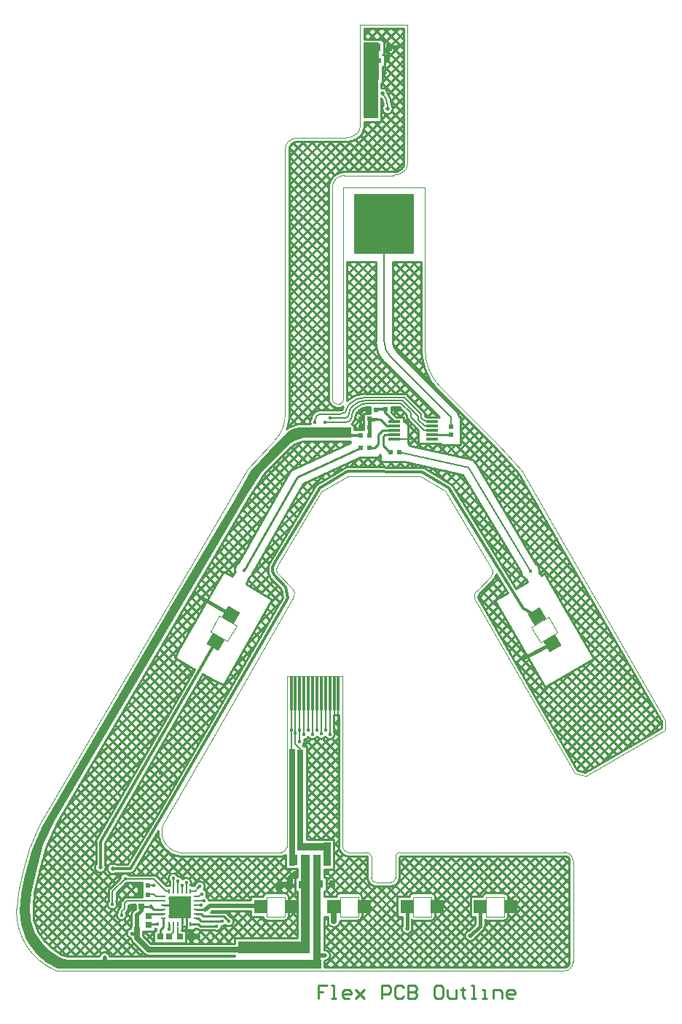
<source format=gbl>
G04*
G04 #@! TF.GenerationSoftware,Altium Limited,Altium Designer,18.1.4 (159)*
G04*
G04 Layer_Physical_Order=2*
G04 Layer_Color=16711680*
%FSLAX44Y44*%
%MOMM*%
G71*
G01*
G75*
%ADD12C,0.1524*%
%ADD13C,0.2540*%
%ADD14C,0.2032*%
%ADD15C,0.0500*%
%ADD16C,0.0500*%
%ADD17C,0.0510*%
%ADD18C,0.0508*%
%ADD21R,0.3000X4.0000*%
%ADD27C,0.2413*%
%ADD28C,0.3048*%
%ADD32C,0.5080*%
%ADD33C,0.3810*%
%ADD34C,0.6350*%
%ADD35C,0.4064*%
%ADD36C,0.5080*%
%ADD37R,0.6000X0.6000*%
%ADD38R,0.8000X0.9000*%
%ADD39R,7.0000X7.0000*%
%ADD40R,0.6000X0.5000*%
%ADD41R,0.6000X0.2500*%
%ADD42R,0.2500X0.6000*%
%ADD43R,2.6000X2.6000*%
%ADD44R,1.4500X0.3000*%
%ADD45R,0.5000X0.6000*%
G04:AMPARAMS|DCode=46|XSize=1.5mm|YSize=1.6mm|CornerRadius=0mm|HoleSize=0mm|Usage=FLASHONLY|Rotation=120.000|XOffset=0mm|YOffset=0mm|HoleType=Round|Shape=Rectangle|*
%AMROTATEDRECTD46*
4,1,4,1.0678,-0.2495,-0.3178,-1.0495,-1.0678,0.2495,0.3178,1.0495,1.0678,-0.2495,0.0*
%
%ADD46ROTATEDRECTD46*%

G04:AMPARAMS|DCode=47|XSize=1.5mm|YSize=1.6mm|CornerRadius=0mm|HoleSize=0mm|Usage=FLASHONLY|Rotation=240.000|XOffset=0mm|YOffset=0mm|HoleType=Round|Shape=Rectangle|*
%AMROTATEDRECTD47*
4,1,4,-0.3178,1.0495,1.0678,0.2495,0.3178,-1.0495,-1.0678,-0.2495,-0.3178,1.0495,0.0*
%
%ADD47ROTATEDRECTD47*%

%ADD48R,1.5000X1.6000*%
%ADD49R,0.7200X0.7200*%
%ADD50R,0.7200X0.7200*%
%ADD51C,0.3556*%
%ADD52R,2.2352X0.4572*%
%ADD53R,1.3646X4.2968*%
%ADD54R,1.7780X8.7953*%
%ADD55R,29.3116X1.0414*%
%ADD56R,8.3059X1.4104*%
%ADD57R,0.9398X12.8270*%
%ADD58R,0.8128X2.7178*%
%ADD59R,3.8862X0.9567*%
%ADD60R,0.7892X11.8025*%
%ADD61R,0.9285X1.2700*%
%ADD62R,0.7497X13.5382*%
%ADD63R,1.0132X11.3792*%
G36*
X341930Y618701D02*
X289086Y618701D01*
X287668Y618647D01*
X284850Y618329D01*
X282077Y617737D01*
X279375Y616875D01*
X276771Y615753D01*
X274289Y614381D01*
X271954Y612773D01*
X269788Y610943D01*
X268774Y609951D01*
Y609951D01*
X268774Y609951D01*
X238799Y579976D01*
X221026Y553382D01*
X-1987Y174415D01*
X-15448Y146519D01*
X-22561Y119804D01*
X-29418Y91103D01*
X-30942Y74592D01*
X-30180Y58844D01*
X-25101Y44366D01*
X-16973Y32682D01*
X-7574Y23284D01*
X2840Y16172D01*
X7919Y13886D01*
X15793Y13125D01*
X17063D01*
Y2711D01*
X808D01*
X-11892Y9568D01*
X-22053Y18204D01*
X-31196Y29889D01*
X-36023Y38270D01*
X-41610Y54279D01*
X-43134Y69433D01*
X-41357Y89204D01*
X-36785Y110286D01*
X-28911Y140702D01*
X-16973Y168064D01*
X9190Y212768D01*
X66086Y309543D01*
X137713Y431208D01*
X204769Y543984D01*
X225089Y580052D01*
X257855Y614611D01*
X268689Y625444D01*
X272849Y628224D01*
X277472Y630139D01*
X282379Y631115D01*
X284880Y631115D01*
X284881Y631115D01*
X341930D01*
Y618701D01*
D02*
G37*
D12*
X423717Y641520D02*
G03*
X433895Y637305I10178J10178D01*
G01*
X302306Y644568D02*
G03*
X300273Y639663I4906J-4906D01*
G01*
X306598Y646347D02*
G03*
X302306Y644568I0J-6071D01*
G01*
X329963Y646347D02*
G03*
X335609Y648685I0J7985D01*
G01*
X338949Y656749D02*
G03*
X336850Y651681I5069J-5069D01*
G01*
X358268Y665650D02*
G03*
X340484Y658285I0J-25149D01*
G01*
X335609Y648685D02*
G03*
X336850Y651681I-2995J2995D01*
G01*
X334825Y641520D02*
G03*
X338281Y642952I0J4888D01*
G01*
X343130Y654659D02*
G03*
X339897Y646854I7805J-7805D01*
G01*
X359672Y662147D02*
G03*
X344216Y655744I0J-21858D01*
G01*
X338281Y642952D02*
G03*
X339897Y646854I-3902J3902D01*
G01*
X336073Y636694D02*
G03*
X340484Y638522I0J6238D01*
G01*
D02*
G03*
X343200Y645077I-6555J6555D01*
G01*
X345764Y651267D02*
G03*
X343200Y645077I6191J-6191D01*
G01*
X361487Y658956D02*
G03*
X347771Y653275I0J-19396D01*
G01*
X423717Y641520D02*
Y645790D01*
X403857Y665650D02*
X423717Y645790D01*
X358268Y665650D02*
X403857D01*
X401948Y662147D02*
X420374Y643720D01*
X359672Y662147D02*
X401948D01*
X420374Y639549D02*
Y643720D01*
X411555Y643035D02*
Y647446D01*
X400045Y658956D02*
X411555Y647446D01*
X361487Y658956D02*
X400045D01*
X411555Y643035D02*
X427285Y627305D01*
X300273Y637202D02*
Y639663D01*
X306598Y646347D02*
X329963D01*
X338949Y656749D02*
X340484Y658285D01*
X433895Y637305D02*
X436571D01*
X317507Y641520D02*
X334825D01*
X343130Y654659D02*
X344216Y655744D01*
X420374Y639549D02*
X427619Y632305D01*
X311703Y636694D02*
X336073D01*
X345764Y651267D02*
X347771Y653275D01*
X78874Y78525D02*
X81506Y81157D01*
X78874Y72440D02*
Y78525D01*
X75578Y69144D02*
X78874Y72440D01*
X75578Y64772D02*
Y69144D01*
X81506Y81157D02*
X124128D01*
X64929Y77285D02*
Y92525D01*
X64910Y77266D02*
X64929Y77285D01*
X127327Y92656D02*
X130628D01*
X113254Y106729D02*
X127327Y92656D01*
X145628D02*
Y99405D01*
X140628Y92656D02*
Y102895D01*
X135628Y106341D02*
X135804Y106517D01*
X135628Y92656D02*
Y106341D01*
X155628Y92656D02*
X161059D01*
X164808Y96405D01*
X64929Y92525D02*
X79642Y107238D01*
X80151Y106729D02*
X113254D01*
X79642Y107238D02*
X80151Y106729D01*
X427619Y632305D02*
X436571D01*
X427285Y627305D02*
X436571D01*
D13*
X218058Y465377D02*
X279301Y573341D01*
X353135Y607301D01*
X373503Y611747D02*
Y622161D01*
X369057Y607301D02*
X373503Y611747D01*
X363135Y607301D02*
X369057D01*
X378647Y627305D02*
X392571D01*
X373503Y622161D02*
X378647Y627305D01*
X379217Y620001D02*
X381521Y622305D01*
X379217Y610095D02*
Y620001D01*
Y610095D02*
X386391Y602921D01*
X383677Y632305D02*
X392571D01*
X98854Y74458D02*
X109600D01*
X96754D02*
X98854D01*
X112902Y71156D02*
X124128D01*
X109600Y74458D02*
X112902Y71156D01*
X363104Y621656D02*
X363104Y621656D01*
X457930Y622305D02*
X458179Y622056D01*
X436571Y622305D02*
X457930D01*
X164764Y54657D02*
X167259Y52161D01*
X186096D01*
X164614Y61157D02*
X168275Y57495D01*
X192192D01*
X194305Y63256D02*
X200066Y57495D01*
X170429Y63256D02*
X194305D01*
X167529Y66157D02*
X170429Y63256D01*
X162128Y66157D02*
X167529D01*
X162128Y61157D02*
X164614D01*
X145628Y71156D02*
X150628Y66156D01*
X143128Y73656D02*
X145628Y71156D01*
Y54657D02*
Y71156D01*
X105906Y54019D02*
X117516D01*
X105906Y64019D02*
X108043Y66157D01*
X130628Y48097D02*
Y54657D01*
X140628Y76157D02*
X143128Y73656D01*
X124128Y76157D02*
X140628D01*
X108043Y66157D02*
X124128D01*
X155628Y54657D02*
X164764D01*
X162128Y71156D02*
X172365D01*
X120616Y47375D02*
X124128Y50887D01*
X120616Y39718D02*
Y47375D01*
X124128Y50887D02*
Y61157D01*
X150628Y47428D02*
X153222Y44834D01*
Y39718D02*
Y44834D01*
X150628Y47428D02*
Y54657D01*
Y66156D01*
X375867Y640115D02*
X383677Y632305D01*
X381521Y622305D02*
X392571D01*
X368869Y640115D02*
X375867D01*
X314494Y-16853D02*
X304338D01*
Y-24470D01*
X309416D01*
X304338D01*
Y-32088D01*
X319573D02*
X324651D01*
X322112D01*
Y-16853D01*
X319573D01*
X339886Y-32088D02*
X334808D01*
X332268Y-29548D01*
Y-24470D01*
X334808Y-21931D01*
X339886D01*
X342425Y-24470D01*
Y-27009D01*
X332268D01*
X347504Y-21931D02*
X357660Y-32088D01*
X352582Y-27009D01*
X357660Y-21931D01*
X347504Y-32088D01*
X377974D02*
Y-16853D01*
X385591D01*
X388130Y-19392D01*
Y-24470D01*
X385591Y-27009D01*
X377974D01*
X403366Y-19392D02*
X400826Y-16853D01*
X395748D01*
X393209Y-19392D01*
Y-29548D01*
X395748Y-32088D01*
X400826D01*
X403366Y-29548D01*
X408444Y-16853D02*
Y-32088D01*
X416061D01*
X418601Y-29548D01*
Y-27009D01*
X416061Y-24470D01*
X408444D01*
X416061D01*
X418601Y-21931D01*
Y-19392D01*
X416061Y-16853D01*
X408444D01*
X446531D02*
X441453D01*
X438914Y-19392D01*
Y-29548D01*
X441453Y-32088D01*
X446531D01*
X449071Y-29548D01*
Y-19392D01*
X446531Y-16853D01*
X454149Y-21931D02*
Y-29548D01*
X456688Y-32088D01*
X464306D01*
Y-21931D01*
X471923Y-19392D02*
Y-21931D01*
X469384D01*
X474463D01*
X471923D01*
Y-29548D01*
X474463Y-32088D01*
X482080D02*
X487158D01*
X484619D01*
Y-16853D01*
X482080D01*
X494776Y-32088D02*
X499854D01*
X497315D01*
Y-21931D01*
X494776D01*
X507472Y-32088D02*
Y-21931D01*
X515089D01*
X517629Y-24470D01*
Y-32088D01*
X530324D02*
X525246D01*
X522707Y-29548D01*
Y-24470D01*
X525246Y-21931D01*
X530324D01*
X532864Y-24470D01*
Y-27009D01*
X522707D01*
D14*
X380737Y730763D02*
G03*
X388177Y712803I25400J0D01*
G01*
X384602Y1003993D02*
G03*
X378506Y1018710I-20813J0D01*
G01*
X478438Y584588D02*
X550448Y464221D01*
X458179Y632056D02*
Y642801D01*
X388177Y712803D02*
X458179Y642801D01*
X398441Y602475D02*
X478438Y584588D01*
X384602Y1000930D02*
Y1003993D01*
X380737Y730763D02*
Y867327D01*
X307508Y274932D02*
Y322344D01*
X282566Y279336D02*
Y321996D01*
Y266007D02*
Y279336D01*
X283496Y254678D02*
Y257248D01*
X277507Y263236D02*
X283496Y257248D01*
X277507Y263236D02*
Y276034D01*
X272507Y255520D02*
Y279214D01*
X287508Y322054D02*
Y322344D01*
Y274048D02*
Y322054D01*
X282508D02*
X282566Y321996D01*
X277507Y276034D02*
Y322054D01*
X272507Y279214D02*
Y322054D01*
X302508Y279214D02*
Y322054D01*
X292507Y279214D02*
Y322054D01*
X297507Y274643D02*
Y322054D01*
X327508Y274932D02*
Y322344D01*
X312507Y279214D02*
Y322054D01*
X322508Y279214D02*
Y322054D01*
X317507Y274643D02*
Y322054D01*
X411885Y617305D02*
X412491Y616699D01*
X392571Y617305D02*
X411885D01*
X135628Y44730D02*
Y54657D01*
X150628Y92656D02*
Y102199D01*
X113134Y99405D02*
X113198Y99341D01*
X105752Y99405D02*
X113134D01*
X145628D02*
Y99913D01*
X105978Y88696D02*
X113239D01*
X115779Y86156D01*
X124128D01*
X130616Y39718D02*
X135628Y44730D01*
X140628Y41550D02*
Y51017D01*
Y41550D02*
X142460Y39718D01*
X162128Y86156D02*
X165748D01*
X168796Y89204D01*
X162128Y81157D02*
X171110D01*
X162128Y76157D02*
X168062D01*
D15*
X600247Y127484D02*
G03*
X590088Y137644I-10160J0D01*
G01*
X589833Y0D02*
G03*
X600247Y10414I0J10414D01*
G01*
X614932Y226313D02*
X707436Y279556D01*
Y290448D01*
X600247Y127170D02*
Y127484D01*
X589580Y137644D02*
X590088D01*
X600247Y10414D02*
Y127170D01*
X-32213Y141140D02*
X-20447Y169226D01*
X-39578Y114471D02*
X-32213Y141140D01*
X-44658Y90849D02*
X-39578Y114471D01*
X-46625Y72103D02*
X-44658Y90849D01*
X571624Y410713D02*
X582063Y392583D01*
X551692Y399236D02*
X562131Y381106D01*
X551692Y399236D02*
X571624Y410713D01*
X562131Y381106D02*
X582063Y392583D01*
X178657Y394193D02*
X189096Y412323D01*
X198589Y382716D02*
X209028Y400846D01*
X189096Y412323D02*
X209028Y400846D01*
X178657Y394193D02*
X198589Y382716D01*
X398980Y137644D02*
X589580Y137644D01*
X338541Y137584D02*
X360648D01*
X143128Y137644D02*
X158863D01*
X200145Y137584D02*
X261566D01*
X325067Y658299D02*
X329291D01*
X371294Y102533D02*
X388334D01*
X422905Y574221D02*
X451495Y556926D01*
X505860Y466230D01*
X489008Y441558D02*
X504336Y457340D01*
X505860Y459626D01*
X506622Y462928D01*
X505860Y466230D02*
X506622Y462928D01*
X257617Y460498D02*
X272945Y444716D01*
X256093Y462784D02*
X257617Y460498D01*
X255331Y466086D02*
X256093Y462784D01*
X255331Y466086D02*
X256093Y469388D01*
X256081Y469395D02*
X308048Y556090D01*
X428241Y729359D02*
Y909359D01*
X333241Y729359D02*
Y909359D01*
D16*
X398980Y137644D02*
G03*
X393980Y132601I22J-5022D01*
G01*
X332508Y143681D02*
G03*
X338541Y137584I6065J-31D01*
G01*
X329291Y658299D02*
G03*
X333241Y662857I-304J4254D01*
G01*
X320683D02*
G03*
X325067Y658299I4849J277D01*
G01*
X261566Y137584D02*
G03*
X267507Y143772I-123J6065D01*
G01*
X388334Y102533D02*
G03*
X393980Y108045I67J5579D01*
G01*
X365648D02*
G03*
X371294Y102533I5579J67D01*
G01*
X489008Y441558D02*
G03*
X487080Y429517I5057J-6985D01*
G01*
X274873Y432675D02*
G03*
X272945Y444716I-6985J5057D01*
G01*
X-46625Y72103D02*
G03*
X0Y13I75007J-2611D01*
G01*
X125806Y173617D02*
G03*
X143128Y137644I19993J-12530D01*
G01*
X391126Y923399D02*
G03*
X404617Y928987I0J19079D01*
G01*
X428241Y720934D02*
G03*
X446201Y677573I61321J0D01*
G01*
X279164Y966804D02*
G03*
X269353Y962740I0J-13875D01*
G01*
X349617Y972392D02*
G03*
X352805Y980088I-7696J7696D01*
G01*
X334164Y923399D02*
G03*
X324353Y919335I0J-13875D01*
G01*
X269353Y962740D02*
G03*
X265683Y953879I8860J-8860D01*
G01*
X253487Y615834D02*
G03*
X265683Y645278I-29444J29444D01*
G01*
X404617Y928987D02*
G03*
X407805Y936684I-7696J7696D01*
G01*
X365648Y132601D02*
G03*
X360648Y137584I-4992J-8D01*
G01*
X336126Y966804D02*
G03*
X349617Y972392I0J19079D01*
G01*
X324353Y919335D02*
G03*
X320683Y910475I8860J-8860D01*
G01*
X614479Y226052D02*
X614932Y226313D01*
X602264Y229344D02*
X614479Y226052D01*
X499396Y62979D02*
Y85979D01*
Y62979D02*
X520396D01*
Y85979D01*
X499396D02*
X520396D01*
X414396Y62980D02*
Y85980D01*
Y62980D02*
X435396D01*
Y85980D01*
X414396D02*
X435396D01*
X329396Y62979D02*
Y85979D01*
Y62979D02*
X350396D01*
Y85979D01*
X329396D02*
X350396D01*
X244396D02*
X265396D01*
Y62979D02*
Y85979D01*
X244396Y62979D02*
X265396D01*
X244396D02*
Y85979D01*
X267507Y143772D02*
Y342054D01*
X332508Y143681D02*
Y342054D01*
X267507D02*
X332508D01*
X393980Y108045D02*
Y132601D01*
X487080Y429517D02*
X602264Y229344D01*
X0Y0D02*
X532999Y0D01*
X589833D01*
X333241Y909359D02*
X428241D01*
X334164Y923399D02*
X391126D01*
X446201Y677573D02*
X514176Y609599D01*
X177228Y262982D02*
X274873Y432675D01*
X540153Y581162D02*
X595391Y485166D01*
X707436Y290448D01*
X166106Y487019D02*
X222176Y582534D01*
X-20447Y169226D02*
X166106Y487019D01*
X125806Y173617D02*
X177228Y262982D01*
X308048Y556090D02*
X339311Y574555D01*
X342898Y574567D02*
X422905Y574221D01*
X279164Y966804D02*
X336126D01*
X514176Y609599D02*
X540153Y581162D01*
X222176Y582534D02*
X248399Y610746D01*
X253487Y615834D01*
X158923Y137584D02*
X200145D01*
X320683Y662857D02*
Y900046D01*
X428241Y720934D02*
Y729359D01*
X365648Y108045D02*
Y132601D01*
X333241Y662857D02*
Y729359D01*
X320683Y900046D02*
Y910475D01*
X339311Y574555D02*
X341104Y574576D01*
X342898Y574567D01*
X265683Y645278D02*
Y651873D01*
D17*
X352805Y1098628D02*
X407805D01*
Y936684D02*
Y1098628D01*
D18*
X352805Y980088D02*
Y1098628D01*
X265683Y651873D02*
X265683Y953879D01*
D21*
X297507Y322054D02*
D03*
X302507D02*
D03*
X277507D02*
D03*
X322508D02*
D03*
X272507D02*
D03*
X282508D02*
D03*
X287508D02*
D03*
X292507D02*
D03*
X307507D02*
D03*
X312507D02*
D03*
X317507D02*
D03*
X327508D02*
D03*
D27*
X467962Y643882D02*
G03*
X465138Y649761I-9783J-1081D01*
G01*
X407045Y668838D02*
G03*
X403857Y670159I-3188J-3188D01*
G01*
X407053Y668830D02*
G03*
X403857Y670159I-3196J-3179D01*
G01*
X468021Y642801D02*
G03*
X467962Y643882I-9843J0D01*
G01*
D02*
G03*
X465138Y649761I-9783J-1081D01*
G01*
X468021Y642801D02*
G03*
X467962Y643882I-9843J0D01*
G01*
X486891Y589630D02*
G03*
X480586Y594194I-8453J-5042D01*
G01*
X486884Y589641D02*
G03*
X480586Y594194I-8446J-5053D01*
G01*
X460208Y563006D02*
G03*
X458455Y564747I-4487J-2765D01*
G01*
X460208Y563006D02*
G03*
X458449Y564750I-4487J-2765D01*
G01*
X428226Y643600D02*
G03*
X430147Y642551I5669J8098D01*
G01*
X428226Y645790D02*
G03*
X426906Y648978I-4509J0D01*
G01*
X428226Y645790D02*
G03*
X426897Y648986I-4509J0D01*
G01*
X407047Y643035D02*
G03*
X408367Y639847I4509J0D01*
G01*
X407047Y643035D02*
G03*
X408376Y639838I4509J0D01*
G01*
X427472Y583543D02*
G03*
X424785Y584307I-2734J-4506D01*
G01*
X427478Y583539D02*
G03*
X424785Y584307I-2740J-4502D01*
G01*
X389342Y1005060D02*
G03*
X384791Y1018588I-25553J-1066D01*
G01*
X384792Y1018710D02*
G03*
X377426Y1024904I-6287J0D01*
G01*
X379808Y1004997D02*
G03*
X377426Y1012457I-16019J-1004D01*
G01*
X379808Y1004997D02*
G03*
X390888Y1000930I4794J-4067D01*
G01*
D02*
G03*
X389342Y1005060I-6287J0D01*
G01*
X356384Y975252D02*
G03*
X356633Y976074I-4048J1677D01*
G01*
X356384Y975252D02*
G03*
X356635Y976081I-4048J1677D01*
G01*
X355163Y972523D02*
G03*
X355567Y973280I-3643J2434D01*
G01*
X355158Y972516D02*
G03*
X355567Y973280I-3638J2441D01*
G01*
X346796Y965008D02*
G03*
X347557Y965415I-1677J4048D01*
G01*
X346791Y965006D02*
G03*
X347554Y965413I-1671J4050D01*
G01*
X342519Y963328D02*
G03*
X343346Y963579I-855J4297D01*
G01*
X342511Y963326D02*
G03*
X343341Y963577I-847J4299D01*
G01*
X329291Y927101D02*
G03*
X328460Y926850I845J-4299D01*
G01*
X329281Y927099D02*
G03*
X328454Y926848I855J-4297D01*
G01*
X325952Y925811D02*
G03*
X325189Y925404I1671J-4050D01*
G01*
X325947Y925809D02*
G03*
X325189Y925404I1677J-4048D01*
G01*
X390580Y730763D02*
G03*
X395124Y719775I15558J0D01*
G01*
X370895Y730763D02*
G03*
X381217Y705843I35243J0D01*
G01*
X361487Y654447D02*
G03*
X350969Y650096I0J-14888D01*
G01*
X348952Y648079D02*
G03*
X347708Y645077I3003J-3003D01*
G01*
X358268Y670159D02*
G03*
X337592Y661764I0J-29658D01*
G01*
X330850Y654120D02*
G03*
X332076Y654522I-735J4319D01*
G01*
X319519Y656168D02*
G03*
X320773Y655257I3161J3034D01*
G01*
X319523Y656164D02*
G03*
X320773Y655257I3158J3038D01*
G01*
X330854Y654121D02*
G03*
X332076Y654522I-739J4319D01*
G01*
X324264Y653992D02*
G03*
X325067Y653917I803J4307D01*
G01*
X322315Y654512D02*
G03*
X323419Y654149I1907J3945D01*
G01*
X322315Y654512D02*
G03*
X323419Y654149I1907J3945D01*
G01*
X343672Y635334D02*
G03*
X347708Y645077I-9743J9743D01*
G01*
X343005Y634721D02*
G03*
X343672Y635334I-6932J8212D01*
G01*
X338094Y585083D02*
G03*
X335351Y584341I-47J-5270D01*
G01*
X338094Y585083D02*
G03*
X335351Y584341I-47J-5270D01*
G01*
X332787Y654878D02*
G03*
X332342Y651796I11230J-3197D01*
G01*
X324264Y653992D02*
G03*
X325067Y653917I803J4307D01*
G01*
X329963Y650855D02*
G03*
X332342Y651796I0J3476D01*
G01*
X561205Y464160D02*
G03*
X556676Y472983I-10859J0D01*
G01*
X561107Y462707D02*
G03*
X561205Y464160I-10761J1453D01*
G01*
X539521Y463315D02*
G03*
X546219Y454116I10826J845D01*
G01*
X524777Y85979D02*
G03*
X520396Y90361I-4381J0D01*
G01*
X524777Y85979D02*
G03*
X520396Y90361I-4381J0D01*
G01*
Y58598D02*
G03*
X524777Y62979I0J4381D01*
G01*
X520396Y58598D02*
G03*
X524777Y62979I0J4381D01*
G01*
X509506Y457195D02*
G03*
X510132Y458651I-3646J2430D01*
G01*
X509506Y457195D02*
G03*
X510129Y458640I-3646J2430D01*
G01*
X507471Y454278D02*
G03*
X507982Y454909I-3135J3061D01*
G01*
X507479Y454287D02*
G03*
X507982Y454909I-3143J3053D01*
G01*
X491578Y438009D02*
G03*
X492159Y438513I-2569J3549D01*
G01*
X491571Y438004D02*
G03*
X492151Y438505I-2563J3554D01*
G01*
X397887Y105232D02*
G03*
X398215Y106476I-4028J1725D01*
G01*
X397887Y105232D02*
G03*
X398215Y106476I-4028J1725D01*
G01*
X328255Y142090D02*
G03*
X328561Y140841I4363J407D01*
G01*
X328255Y142090D02*
G03*
X328564Y140835I4363J407D01*
G01*
X332062Y135542D02*
G03*
X333479Y134585I3114J3082D01*
G01*
X332062Y135542D02*
G03*
X333489Y134581I3114J3082D01*
G01*
X329453Y138657D02*
G03*
X330398Y137224I4059J1649D01*
G01*
X329455Y138650D02*
G03*
X330398Y137224I4057J1656D01*
G01*
X323286Y274643D02*
G03*
X322270Y277915I-5778J0D01*
G01*
X361412Y106485D02*
G03*
X361741Y105232I4356J472D01*
G01*
X396063Y101821D02*
G03*
X397030Y103231I-3061J3135D01*
G01*
X362598D02*
G03*
X363570Y101816I4028J1725D01*
G01*
X361413Y106476D02*
G03*
X361741Y105232I4355J482D01*
G01*
X362598Y103231D02*
G03*
X363564Y101821I4028J1725D01*
G01*
X335661Y133668D02*
G03*
X336906Y133349I1698J4039D01*
G01*
X335651Y133672D02*
G03*
X336906Y133349I1707J4035D01*
G01*
X499396Y90361D02*
G03*
X495022Y86228I0J-4381D01*
G01*
X499396Y90361D02*
G03*
X495022Y86228I0J-4381D01*
G01*
X439777Y85980D02*
G03*
X435396Y90362I-4381J0D01*
G01*
X439777Y85980D02*
G03*
X435396Y90362I-4381J0D01*
G01*
X497796Y58900D02*
G03*
X499396Y58598I1600J4079D01*
G01*
X497796Y58900D02*
G03*
X499396Y58598I1600J4079D01*
G01*
X414396Y90362D02*
G03*
X410021Y86228I0J-4381D01*
G01*
X435396Y58599D02*
G03*
X439777Y62980I0J4381D01*
G01*
X414396Y90362D02*
G03*
X410021Y86228I0J-4381D01*
G01*
X396058Y101816D02*
G03*
X397030Y103231I-3056J3140D01*
G01*
X412796Y58901D02*
G03*
X414396Y58599I1599J4079D01*
G01*
X435396D02*
G03*
X439777Y62980I0J4381D01*
G01*
X412796Y58901D02*
G03*
X414396Y58599I1599J4079D01*
G01*
X496134Y48178D02*
G03*
X497796Y52182I-3989J4003D01*
G01*
X496141Y48186D02*
G03*
X497796Y52182I-3996J3996D01*
G01*
X478724Y46754D02*
G03*
X486717Y38761I2049J-5943D01*
G01*
X401493Y51946D02*
G03*
X413431Y49193I5652J-2753D01*
G01*
D02*
G03*
X412796Y51946I-6287J0D01*
G01*
X393073Y99368D02*
G03*
X394511Y100306I-1628J4068D01*
G01*
X393073Y99368D02*
G03*
X394506Y100301I-1628J4068D01*
G01*
X389801Y98261D02*
G03*
X391052Y98559I-377J4365D01*
G01*
X389801Y98261D02*
G03*
X391052Y98559I-377J4365D01*
G01*
X365122Y100301D02*
G03*
X366555Y99368I3061J3135D01*
G01*
X368576Y98559D02*
G03*
X369830Y98261I1628J4068D01*
G01*
X365117Y100306D02*
G03*
X366555Y99368I3066J3130D01*
G01*
X368576Y98559D02*
G03*
X369827Y98261I1628J4068D01*
G01*
X354777Y85979D02*
G03*
X350396Y90361I-4381J0D01*
G01*
X354777Y85979D02*
G03*
X350396Y90361I-4381J0D01*
G01*
X329396D02*
G03*
X325022Y86228I0J-4381D01*
G01*
X329396Y90361D02*
G03*
X325022Y86228I0J-4381D01*
G01*
X350396Y58598D02*
G03*
X354777Y62979I0J4381D01*
G01*
X350396Y58598D02*
G03*
X354777Y62979I0J4381D01*
G01*
X318524Y918823D02*
G03*
X318114Y918059I3638J-2441D01*
G01*
X318519Y918816D02*
G03*
X318112Y918053I3643J-2434D01*
G01*
X317176Y915795D02*
G03*
X316925Y914967I4046J-1682D01*
G01*
X317174Y915789D02*
G03*
X316925Y914967I4048J-1677D01*
G01*
X316472Y661369D02*
G03*
X316794Y660247I4335J636D01*
G01*
X317475Y658689D02*
G03*
X318335Y657399I4018J1747D01*
G01*
X317477Y658683D02*
G03*
X318339Y657395I4016J1753D01*
G01*
X316472Y661369D02*
G03*
X316792Y660253I4335J636D01*
G01*
X306598Y650855D02*
G03*
X299118Y647756I0J-10579D01*
G01*
D02*
G03*
X295832Y640899I8094J-8094D01*
G01*
X312424Y271896D02*
G03*
X323286Y274643I5084J2747D01*
G01*
X295832Y640899D02*
G03*
X294959Y634935I4442J-3696D01*
G01*
X302911Y565023D02*
G03*
X301093Y563214I2697J-4528D01*
G01*
X302911Y565023D02*
G03*
X301093Y563214I2697J-4528D01*
G01*
X302591Y271896D02*
G03*
X312424Y271896I4916J3037D01*
G01*
X292678Y271469D02*
G03*
X302591Y271896I4829J3173D01*
G01*
X287877Y268282D02*
G03*
X292678Y271469I-370J5767D01*
G01*
X275087Y582516D02*
G03*
X270519Y578323I4214J-9175D01*
G01*
X275082Y582514D02*
G03*
X270519Y578323I4219J-9173D01*
G01*
X286068Y261410D02*
G03*
X288344Y266007I-3503J4596D01*
G01*
D02*
G03*
X287877Y268282I-5778J0D01*
G01*
X248007Y475076D02*
G03*
X247491Y473928I4515J-2719D01*
G01*
X248007Y475076D02*
G03*
X247491Y473928I4515J-2719D01*
G01*
X246221Y469865D02*
G03*
X245989Y468585I5031J-1572D01*
G01*
X246221Y469865D02*
G03*
X245989Y468585I5031J-1572D01*
G01*
X247587Y457806D02*
G03*
X248728Y455998I4935J1851D01*
G01*
X247583Y457815D02*
G03*
X248728Y455998I4938J1842D01*
G01*
X245735Y464013D02*
G03*
X246066Y461861I5262J-292D01*
G01*
X245735Y464013D02*
G03*
X246063Y461870I5262J-292D01*
G01*
X223156Y455790D02*
G03*
X228812Y463871I-5098J9587D01*
G01*
X211248Y473834D02*
G03*
X207315Y463798I6810J-8457D01*
G01*
X46375Y152611D02*
G03*
X45669Y149976I4564J-2635D01*
G01*
X46377Y152614D02*
G03*
X45669Y149976I4563J-2638D01*
G01*
X263265Y133374D02*
G03*
X264509Y133714I-518J4351D01*
G01*
X263265Y133374D02*
G03*
X264505Y133712I-518J4351D01*
G01*
X244396Y90361D02*
G03*
X240022Y86228I0J-4381D01*
G01*
X269778Y85979D02*
G03*
X265396Y90361I-4381J0D01*
G01*
X244396D02*
G03*
X240022Y86228I0J-4381D01*
G01*
X269778Y85979D02*
G03*
X265396Y90361I-4381J0D01*
G01*
X173780Y86281D02*
G03*
X174575Y89204I-4984J2923D01*
G01*
D02*
G03*
X171044Y94528I-5778J0D01*
G01*
X172276Y98094D02*
G03*
X161095Y100146I-5778J0D01*
G01*
X161081Y100132D02*
G03*
X160473Y99403I3727J-3727D01*
G01*
X155685D02*
G03*
X156406Y102199I-5057J2796D01*
G01*
X171044Y94528D02*
G03*
X172276Y98094I-4547J3566D01*
G01*
X156406Y102199D02*
G03*
X146449Y106190I-5778J0D01*
G01*
D02*
G03*
X141164Y109692I-5311J-2277D01*
G01*
X176832Y81965D02*
G03*
X173780Y86281I-5722J-808D01*
G01*
X177714Y82027D02*
G03*
X176832Y81965I0J-6287D01*
G01*
X177714Y82027D02*
G03*
X176832Y81965I0J-6287D01*
G01*
X265396Y58598D02*
G03*
X269778Y62979I0J4381D01*
G01*
X265396Y58598D02*
G03*
X269778Y62979I0J4381D01*
G01*
X315450Y57495D02*
G03*
X329293Y57495I6921J0D01*
G01*
X240021Y62735D02*
G03*
X244396Y58598I4375J245D01*
G01*
X205844Y57495D02*
G03*
X201585Y63071I-5778J0D01*
G01*
X240021Y62735D02*
G03*
X244396Y58598I4375J245D01*
G01*
X318032Y17951D02*
G03*
X311745Y24237I-6287J0D01*
G01*
X318032Y17951D02*
G03*
X311745Y24237I-6287J0D01*
G01*
Y11664D02*
G03*
X318032Y17951I0J6287D01*
G01*
X311745Y11664D02*
G03*
X318032Y17951I0J6287D01*
G01*
X197852Y66804D02*
G03*
X194305Y68273I-3547J-3547D01*
G01*
X197852Y66804D02*
G03*
X194305Y68273I-3547J-3547D01*
G01*
X196129Y53266D02*
G03*
X205844Y57495I3937J4230D01*
G01*
X191858Y51726D02*
G03*
X196129Y53266I334J5769D01*
G01*
X183228Y47145D02*
G03*
X191858Y51726I2868J5016D01*
G01*
X163712Y48614D02*
G03*
X167259Y47145I3547J3547D01*
G01*
X163712Y48614D02*
G03*
X167259Y47145I3547J3547D01*
G01*
X116442Y109917D02*
G03*
X113254Y111238I-3188J-3188D01*
G01*
X116451Y109909D02*
G03*
X113254Y111238I-3196J-3179D01*
G01*
X85398Y113229D02*
G03*
X89928Y115804I0J5271D01*
G01*
X85398Y113229D02*
G03*
X89923Y115798I0J5271D01*
G01*
X83813Y111238D02*
G03*
X73898Y107871I-4171J-3999D01*
G01*
X141164Y109692D02*
G03*
X131119Y104150I-5360J-2158D01*
G01*
X80274Y101495D02*
G03*
X82508Y102221I-632J5744D01*
G01*
X81506Y85665D02*
G03*
X78318Y84344I0J-4509D01*
G01*
X81506Y85665D02*
G03*
X78309Y84336I0J-4509D01*
G01*
X68541Y123770D02*
G03*
X68541Y113229I-3427J-5271D01*
G01*
X45669Y123619D02*
G03*
X57227Y120192I5271J-3427D01*
G01*
D02*
G03*
X56210Y123619I-6287J0D01*
G01*
X61750Y95722D02*
G03*
X60420Y92525I3179J-3196D01*
G01*
X61741Y95713D02*
G03*
X60420Y92525I3188J-3188D01*
G01*
X115733Y48523D02*
G03*
X115599Y47375I4883J-1148D01*
G01*
X114648Y49003D02*
G03*
X115733Y48523I2868J5016D01*
G01*
X115733Y48523D02*
G03*
X115599Y47375I4883J-1148D01*
G01*
X91280Y70947D02*
G03*
X87043Y65004I2049J-5943D01*
G01*
Y52125D02*
G03*
X86411Y49454I6287J-2896D01*
G01*
X102136Y19584D02*
G03*
X107030Y17557I4894J4894D01*
G01*
X102136Y19584D02*
G03*
X107030Y17557I4894J4894D01*
G01*
X82054Y69244D02*
G03*
X83383Y72440I-3179J3196D01*
G01*
X82062Y69253D02*
G03*
X83383Y72440I-3188J3188D01*
G01*
X71069Y68386D02*
G03*
X81356Y64772I4509J-3614D01*
G01*
D02*
G03*
X80541Y67731I-5778J0D01*
G01*
X75686Y81713D02*
G03*
X74366Y78525I3188J-3188D01*
G01*
X75695Y81721D02*
G03*
X74366Y78525I3179J-3196D01*
G01*
X70689Y77266D02*
G03*
X69437Y80857I-5778J0D01*
G01*
X60420Y80905D02*
G03*
X70689Y77266I4489J-3638D01*
G01*
X72399Y72341D02*
G03*
X71069Y69144I3179J-3196D01*
G01*
X72390Y72332D02*
G03*
X71069Y69144I3188J-3188D01*
G01*
X86411Y49454D02*
G03*
X86409Y38023I851J-5716D01*
G01*
Y38023D02*
G03*
X88435Y33285I6920J156D01*
G01*
X86409Y38023D02*
G03*
X88435Y33285I6920J156D01*
G01*
X62040Y16871D02*
G03*
X49811Y16871I-6115J-1461D01*
G01*
X423861Y720823D02*
X423934Y717821D01*
X413016Y823500D02*
X423859Y812656D01*
X423955Y717487D02*
X424543Y711516D01*
X413716Y701183D02*
X424499Y711966D01*
X391463Y823500D02*
X423859Y791104D01*
X402239Y823500D02*
X423859Y801880D01*
X392573Y723145D02*
X423859Y754432D01*
X427780Y698593D02*
X430078Y693045D01*
X425886Y704762D02*
X427632Y699004D01*
X430264Y692650D02*
X433101Y687343D01*
X419104Y695795D02*
X426394Y703085D01*
X424607Y711081D02*
X425781Y705179D01*
X424492Y690407D02*
X429214Y695129D01*
X403173Y934787D02*
X403423Y936043D01*
Y936684D02*
Y1094247D01*
X402683Y933604D02*
X403173Y934787D01*
X390851Y1001608D02*
X403423Y1014180D01*
X400900Y1094247D02*
X403423Y1091724D01*
X392458Y927781D02*
X403423Y938746D01*
X402939Y711960D02*
X423859Y732879D01*
Y720934D02*
Y823500D01*
X408328Y706571D02*
X423859Y722103D01*
X401971Y932539D02*
X402683Y933604D01*
X400495Y931062D02*
X401518Y932086D01*
X397551Y717348D02*
X423859Y743655D01*
X440952Y676732D02*
X443028Y674552D01*
X436921Y681625D02*
X440739Y676974D01*
X440657Y674242D02*
X442022Y675608D01*
X391064Y726912D02*
X439532Y678444D01*
X435268Y679631D02*
X437075Y681438D01*
X395137Y719762D02*
X465138Y649761D01*
X462209Y652690D02*
X463549Y654029D01*
X456821Y658078D02*
X458161Y659418D01*
X451433Y663466D02*
X452772Y664806D01*
X446045Y668854D02*
X447384Y670194D01*
X443103Y674475D02*
X511007Y606571D01*
X433327Y686967D02*
X436660Y681978D01*
X429880Y685019D02*
X432789Y687927D01*
X410372Y665511D02*
X415961Y671099D01*
X404229Y670144D02*
X410573Y676488D01*
X393468Y670159D02*
X405185Y681876D01*
X421149Y654734D02*
X426737Y660323D01*
X415760Y660123D02*
X421349Y665711D01*
X426537Y649346D02*
X432125Y654935D01*
X407053Y668830D02*
X426897Y648986D01*
X398177Y654447D02*
X407047Y645578D01*
X388613Y1010146D02*
X403423Y1024956D01*
X385385Y1017694D02*
X403423Y1035732D01*
X389875Y997509D02*
X403423Y983961D01*
X388793Y1009367D02*
X403423Y994737D01*
X378012Y1030924D02*
X403423Y1005513D01*
X378696Y1041017D02*
X403423Y1016290D01*
X377426Y999182D02*
X403423Y973184D01*
X381682Y927781D02*
X403423Y949522D01*
X377426Y988405D02*
X403423Y962408D01*
X370906Y927781D02*
X403423Y960298D01*
X358340Y985939D02*
X403423Y940855D01*
X369116Y985939D02*
X403423Y951632D01*
X360130Y927781D02*
X403423Y971075D01*
X380268Y1066459D02*
X403423Y1089614D01*
X390124Y1094247D02*
X403423Y1080947D01*
X381268Y1056683D02*
X403423Y1078838D01*
X379348Y1094247D02*
X403423Y1070171D01*
X357186Y1094247D02*
X403423D01*
X368571D02*
X403423Y1059395D01*
X381268Y1059997D02*
X403423Y1037842D01*
X380268Y1071774D02*
X403423Y1048618D01*
X381271Y1024356D02*
X403423Y1046509D01*
X378696Y1032558D02*
X403423Y1057285D01*
X378696Y1043334D02*
X403423Y1068061D01*
X380171Y1050318D02*
X403423Y1027066D01*
X390580Y802830D02*
X423859Y769551D01*
X390580Y775034D02*
X423859Y808313D01*
X390580Y764258D02*
X423859Y797537D01*
X390580Y785810D02*
X423859Y819090D01*
X390580Y823500D02*
X423859D01*
X390580Y813607D02*
X423859Y780328D01*
X390580Y753482D02*
X423859Y786761D01*
X390580Y792054D02*
X423859Y758775D01*
X390580Y748949D02*
X424164Y715365D01*
X381217Y705843D02*
X444509Y642551D01*
X390580Y738172D02*
X426711Y702042D01*
X337622Y748025D02*
X443096Y642551D01*
X390580Y796587D02*
X417493Y823500D01*
X390580Y807363D02*
X406717Y823500D01*
X390580Y781278D02*
X423859Y747999D01*
X338577Y927781D02*
X403423Y992627D01*
X349353Y927781D02*
X403423Y981851D01*
X325734Y925714D02*
X403423Y1003403D01*
X390580Y770501D02*
X423859Y737222D01*
X390580Y742705D02*
X423859Y775984D01*
X390580Y731929D02*
X423859Y765208D01*
X390580Y759725D02*
X423859Y726446D01*
X358268Y670159D02*
X403857D01*
X337622Y737249D02*
X404815Y670056D01*
X469505Y627657D02*
X479713Y637865D01*
X469505Y638433D02*
X474325Y643253D01*
X469505Y620229D02*
Y633882D01*
Y620229D02*
Y633882D01*
X467962Y643882D02*
X469505D01*
X467148Y646853D02*
X468937Y648641D01*
X469505Y633882D02*
Y643882D01*
X470603Y596426D02*
X495878Y621701D01*
X469505Y616881D02*
X485101Y632477D01*
X479410Y594457D02*
X501266Y616312D01*
X446852Y610229D02*
X469505D01*
Y620229D01*
X461796Y598395D02*
X490490Y627089D01*
X441294Y642551D02*
X442902Y644159D01*
X430518Y642551D02*
X437514Y649547D01*
X441340Y611978D02*
X452944Y600374D01*
X452989Y600364D02*
X462854Y610229D01*
X446852D02*
Y611978D01*
X453865Y610229D02*
X466824Y597271D01*
X435374Y604302D02*
X443050Y611978D01*
X430564D02*
X439065Y603477D01*
X444182Y602333D02*
X452077Y610229D01*
X511007Y606571D02*
X536594Y578561D01*
X494385Y577103D02*
X517140Y599857D01*
X498419Y570360D02*
X522284Y594226D01*
X490352Y583846D02*
X511995Y605489D01*
X486274Y590544D02*
X506654Y610924D01*
X469505Y637695D02*
X547375Y559825D01*
X510520Y550133D02*
X537454Y577066D01*
X506487Y556875D02*
X532574Y582962D01*
X510520Y550133D02*
X537454Y577066D01*
X502453Y563618D02*
X527429Y588594D01*
X464642Y610229D02*
X480705Y594166D01*
X446299Y572121D02*
X454118Y579941D01*
X453006Y568052D02*
X462925Y577971D01*
X439591Y576190D02*
X445311Y581910D01*
X432884Y580259D02*
X436503Y583879D01*
X437285Y583704D02*
X452831Y568159D01*
X465045Y577497D02*
X480393Y562149D01*
X463756Y557250D02*
X475999Y569493D01*
X467865Y550583D02*
X480033Y562751D01*
X459571Y563841D02*
X471732Y576002D01*
X428226Y643600D02*
Y645790D01*
X430147Y642551D02*
X444509D01*
X428123Y646748D02*
X432320Y642551D01*
X408647Y620680D02*
X418090Y630123D01*
X408647Y616978D02*
Y632631D01*
Y613801D02*
Y616978D01*
X408376Y639838D02*
X420494Y627719D01*
X408647Y631457D02*
X412702Y635512D01*
X408647Y633895D02*
X420494Y622048D01*
X407047Y643035D02*
Y645578D01*
X398189Y642551D02*
X404131Y648493D01*
X394778Y642551D02*
X403567D01*
Y637631D02*
Y642551D01*
X408647Y632631D02*
Y637631D01*
X404911D02*
X408647Y633895D01*
Y616978D02*
Y632631D01*
X403567Y637631D02*
X408647D01*
X403567Y638975D02*
X404911Y637631D01*
X404045D02*
X407493Y641079D01*
X420494Y611978D02*
X446852D01*
X417760Y608241D02*
X421498Y611978D01*
X426567Y606272D02*
X432274Y611978D01*
X410267Y609916D02*
X480586Y594194D01*
X408647Y623119D02*
X425185Y606581D01*
X403991Y591148D02*
X472163Y575906D01*
X426002Y584153D02*
X427696Y585848D01*
X427478Y583539D02*
X458449Y564750D01*
X423406Y586807D02*
X426080Y584133D01*
X338094Y585083D02*
X424785Y584307D01*
X410267Y611524D02*
X420494Y621751D01*
Y611978D02*
Y627719D01*
X410267Y609916D02*
Y613801D01*
X408647D02*
X410267D01*
X408647Y611978D02*
Y613801D01*
Y612342D02*
X410267Y610722D01*
X409526Y589911D02*
X415043Y584394D01*
X410267Y610722D02*
X411306Y609684D01*
X415462Y584390D02*
X418889Y587817D01*
X397512Y591148D02*
X404169Y584491D01*
X400267Y591148D02*
X403991D01*
X404781Y584486D02*
X410082Y589786D01*
X380268Y1077235D02*
X397280Y1094247D01*
X380268Y1063811D02*
X381268D01*
Y1050318D02*
Y1063811D01*
X380268D02*
Y1080043D01*
X373642Y1081385D02*
X386503Y1094247D01*
X378696Y1080043D02*
X380268D01*
X378696Y1063811D02*
X380268D01*
X378696Y1050318D02*
X381268D01*
X378696Y1030924D02*
Y1050318D01*
X377426Y1009958D02*
X379312Y1008072D01*
X357557Y1081385D02*
X377426D01*
X357795Y1094247D02*
X370657Y1081385D01*
X362865D02*
X375727Y1094247D01*
X357186Y1086482D02*
X364951Y1094247D01*
X357186Y1084079D02*
X359880Y1081385D01*
X357186D02*
Y1094247D01*
X378696Y1080043D02*
Y1081385D01*
X377426D02*
X378696D01*
X377426Y1009735D02*
X378377Y1010686D01*
X377426Y1030924D02*
X378696D01*
X357557Y1081385D02*
X377426D01*
Y1024904D02*
Y1030924D01*
Y985939D02*
Y1012457D01*
Y988183D02*
X383924Y994681D01*
X377426Y998959D02*
X378395Y999928D01*
X357186Y985939D02*
X377426D01*
X398088Y929454D02*
X400495Y931062D01*
X395413Y928346D02*
X398088Y929454D01*
X392574Y927781D02*
X395413Y928346D01*
X356765Y976737D02*
X401468Y932035D01*
X390580Y818139D02*
X395941Y823500D01*
X390580Y730763D02*
Y823500D01*
X357186Y980088D02*
Y985939D01*
X357129Y978811D02*
X357181Y979868D01*
X357118Y978651D02*
X364406Y985939D01*
X356635Y976081D02*
X357048Y978159D01*
X359134Y823500D02*
X370895Y811739D01*
X369910Y823500D02*
X370895Y822515D01*
Y730763D02*
Y823500D01*
X355567Y973280D02*
X356384Y975252D01*
X353982Y970756D02*
X355158Y972516D01*
X352867Y969453D02*
X353577Y970237D01*
X353060Y969666D02*
X394552Y928174D01*
X351175Y967890D02*
X352556Y969143D01*
X347557Y965415D02*
X350660Y967489D01*
X343346Y963579D02*
X346791Y965006D01*
X346898Y965052D02*
X384169Y927781D01*
X334164D02*
X392574D01*
X327975Y962422D02*
X362616Y927781D01*
X338615Y962558D02*
X373392Y927781D01*
X338858Y962600D02*
X342511Y963326D01*
X336349Y962428D02*
X338203Y962519D01*
X332594Y927709D02*
X333944Y927775D01*
X329291Y927101D02*
X331939Y927628D01*
X325952Y925811D02*
X328454Y926848D01*
X322927Y923893D02*
X325189Y925404D01*
X348358Y823500D02*
X370895Y800963D01*
X337622Y823500D02*
X370895D01*
X337622Y823459D02*
X370895Y790186D01*
X337622Y812683D02*
X370895Y779410D01*
X337622Y786734D02*
X370895Y820007D01*
X337622Y775958D02*
X370895Y809231D01*
X337622Y758801D02*
X371359Y725065D01*
X337622Y732853D02*
X370895Y766125D01*
X337622Y722076D02*
X370895Y755349D01*
X337622Y765182D02*
X370895Y798454D01*
X337622Y801907D02*
X370895Y768634D01*
X337622Y791130D02*
X370895Y757857D01*
X337622Y797510D02*
X363612Y823500D01*
X337622Y808287D02*
X352835Y823500D01*
X337622Y662857D02*
Y823500D01*
X321410Y922582D02*
X322419Y923496D01*
X320280Y921367D02*
X321106Y922278D01*
X318524Y918823D02*
X319879Y920851D01*
X337622Y769578D02*
X370895Y736305D01*
X337622Y743629D02*
X370895Y776902D01*
X337622Y711300D02*
X370895Y744573D01*
X337622Y754405D02*
X370895Y787678D01*
X337622Y819063D02*
X342059Y823500D01*
X337622Y780354D02*
X370895Y747081D01*
X382691Y670159D02*
X399796Y687264D01*
X371915Y670159D02*
X394408Y692652D01*
X361139Y670159D02*
X389020Y698040D01*
X348816Y668613D02*
X383632Y703428D01*
X361487Y654447D02*
X364557D01*
X389139D02*
X398177D01*
X389139Y648190D02*
Y654447D01*
X391095Y646234D02*
X398743Y653882D01*
X389139Y653403D02*
X399991Y642551D01*
X356607Y646927D02*
X364557D01*
X389139Y648190D02*
X394778Y642551D01*
X359460Y646927D02*
X364557Y652025D01*
X356593Y653620D02*
X363286Y646927D01*
X364557D02*
Y654447D01*
X348960Y648088D02*
X350951Y650078D01*
X347826Y646069D02*
X354419Y652663D01*
X350155Y649282D02*
X356607Y642830D01*
Y637252D02*
Y646927D01*
X347220Y641441D02*
X356357Y632303D01*
X345459Y632577D02*
X345749Y631115D01*
X345496Y632388D02*
X349889Y627995D01*
X376614Y591148D02*
Y598419D01*
X375503Y599530D02*
X376614Y598419D01*
X386614Y591148D02*
X400267D01*
X374961Y597771D02*
X376112Y598921D01*
X364961Y595974D02*
X374961D01*
X371133D02*
X382422Y584686D01*
X386614Y591148D02*
X400267D01*
X386736D02*
X393296Y584589D01*
X394101Y584581D02*
X400668Y591148D01*
X376614D02*
X386614D01*
X372739Y584773D02*
X379115Y591148D01*
X383420Y584677D02*
X389891Y591148D01*
X373165Y595974D02*
X374961Y597771D01*
X356357Y627995D02*
Y637252D01*
X374961Y595974D02*
Y599111D01*
X345749Y627995D02*
X356357D01*
X345749D02*
Y631115D01*
X351304Y627995D02*
X356357Y633048D01*
X362059Y584869D02*
X373165Y595974D01*
X352671D02*
X364961D01*
X360357D02*
X371548Y584784D01*
X352671Y595974D02*
X364961D01*
X351378Y584964D02*
X362388Y595974D01*
X350554Y595001D02*
X360674Y584881D01*
X337622Y715696D02*
X383159Y670159D01*
X337622Y678971D02*
X374300Y715649D01*
X337622Y668195D02*
X378422Y708995D01*
X337622Y689747D02*
X371604Y723729D01*
X337622Y700524D02*
X370895Y733797D01*
X337622Y726472D02*
X393936Y670159D01*
X337622Y704920D02*
X372383Y670159D01*
X337622Y694144D02*
X361607Y670159D01*
X337622Y683367D02*
X351592Y669398D01*
X337622Y672591D02*
X343814Y666399D01*
X337598Y661906D02*
X337621Y662736D01*
X332076Y654522D02*
X332787Y654878D01*
X320773Y655257D02*
X322315Y654512D01*
X318339Y657395D02*
X319519Y656168D01*
X330034Y653981D02*
X330850Y654120D01*
X323419Y654149D02*
X324264Y653992D01*
X345319Y632786D02*
X356607Y644075D01*
X344631Y633816D02*
X345459Y632577D01*
X343391Y634644D02*
X344631Y633816D01*
X341308Y612975D02*
Y614881D01*
X340698Y585060D02*
X350710Y595073D01*
X335792Y588211D02*
X338927Y585076D01*
X343173Y591606D02*
X349801Y584978D01*
X332004Y608695D02*
X338190Y614881D01*
X325067Y653917D02*
X329291D01*
X331345Y651142D02*
X332350Y652147D01*
X323807Y654077D02*
X327029Y650855D01*
X320282D02*
X323552Y654124D01*
X330674Y614881D02*
X335330Y610225D01*
X328410Y584816D02*
X331298Y581928D01*
X319898Y614881D02*
X327949Y606830D01*
X321029Y581421D02*
X324544Y577906D01*
X320151Y575290D02*
X330756Y585895D01*
X559579Y469875D02*
X584686Y494983D01*
X554892Y475965D02*
X580750Y501823D01*
X568910Y457654D02*
X592559Y481303D01*
X561841Y461361D02*
X588622Y488143D01*
X536594Y578561D02*
X591593Y482981D01*
X546824Y489450D02*
X572878Y515504D01*
X550858Y482707D02*
X576814Y508664D01*
X588678Y423541D02*
X612239Y447101D01*
X584725Y430364D02*
X608303Y453941D01*
X592632Y416718D02*
X616175Y440261D01*
X576817Y444009D02*
X600430Y467622D01*
X572864Y450832D02*
X596494Y474462D01*
X580771Y437186D02*
X604367Y460782D01*
X542790Y496192D02*
X568942Y522344D01*
X538757Y502935D02*
X565006Y529184D01*
X534723Y509678D02*
X561070Y536025D01*
X562910Y459403D02*
X566720Y461435D01*
X561107Y462707D02*
X562910Y459403D01*
X546219Y454116D02*
X547416Y451274D01*
X544290Y455147D02*
X546872Y452564D01*
X533610Y443907D02*
X544631Y454927D01*
X533670Y443810D02*
X547416Y451274D01*
X606293Y393144D02*
X693424Y306013D01*
X591443Y418770D02*
X678819Y331394D01*
X591593Y482981D02*
X703054Y289277D01*
X576593Y444397D02*
X664214Y356775D01*
X553538Y478228D02*
X649609Y382156D01*
X565005Y302880D02*
X647663Y385539D01*
X621143Y367517D02*
X703054Y285606D01*
X618658Y359227D02*
X698447Y279438D01*
X580749Y275519D02*
X663407Y358178D01*
X572877Y289200D02*
X655535Y371858D01*
X568941Y296040D02*
X651599Y378699D01*
X576813Y282360D02*
X659471Y365018D01*
X604493Y396250D02*
X627983Y419740D01*
X600539Y403073D02*
X624047Y426580D01*
X608447Y389428D02*
X631919Y412900D01*
X537490Y505052D02*
X635004Y407538D01*
X596586Y409896D02*
X620111Y433421D01*
X566720Y461435D02*
X624123Y362374D01*
X616354Y375782D02*
X639791Y399219D01*
X612400Y382605D02*
X635855Y406060D01*
X620308Y368960D02*
X643727Y392379D01*
X537452Y350762D02*
X548597Y361907D01*
X533516Y357603D02*
X544655Y368741D01*
X567228Y329608D02*
X624123Y362374D01*
X518588Y536648D02*
X545326Y563386D01*
X514554Y543390D02*
X541390Y570226D01*
X489348Y585523D02*
X591190Y483681D01*
X469505Y616142D02*
X576585Y509062D01*
X469505Y626918D02*
X561980Y534443D01*
X486891Y589630D02*
X556676Y472983D01*
X526655Y523163D02*
X553198Y549705D01*
X522622Y529905D02*
X549262Y556546D01*
X530689Y516420D02*
X557134Y542865D01*
X505396Y558699D02*
X605795Y458300D01*
X498401Y501036D02*
X541334Y458103D01*
X515711Y472950D02*
X540916Y447745D01*
X508956Y483910D02*
X520370Y495325D01*
X504847Y490578D02*
X516337Y502068D01*
X513065Y477243D02*
X524404Y488582D01*
X481091Y529122D02*
X528535Y481678D01*
X463782Y557208D02*
X512487Y508502D01*
X472163Y575906D02*
X539521Y463315D01*
X529501Y450574D02*
X539950Y461023D01*
X525392Y457241D02*
X536506Y468355D01*
X533021Y444864D02*
X533932Y443952D01*
X521283Y463909D02*
X532472Y475097D01*
X517174Y470576D02*
X528438Y481840D01*
X509661Y457447D02*
X518059Y449049D01*
X521443Y531875D02*
X620400Y432919D01*
X503554Y409672D02*
X544886Y368340D01*
X509062Y430447D02*
X567228Y329608D01*
X460208Y563006D02*
X533670Y443810D01*
X489836Y434167D02*
X530197Y393806D01*
X490878Y431702D02*
X605156Y233102D01*
X529580Y364443D02*
X540713Y375575D01*
X525644Y371283D02*
X536771Y382409D01*
X532764Y358910D02*
X643730Y247944D01*
X521708Y378123D02*
X532828Y389244D01*
X517772Y384964D02*
X528886Y396078D01*
X518159Y384291D02*
X559575Y342875D01*
X510679Y461023D02*
X524393Y438772D01*
X504802Y451530D02*
X519964Y436367D01*
X509744Y430817D02*
X521840Y442913D01*
X490200Y432826D02*
X513622Y456248D01*
X499492Y446063D02*
X512981Y432575D01*
X494156Y426005D02*
X517731Y449581D01*
X509062Y430447D02*
X524393Y438772D01*
X509900Y398644D02*
X521002Y409746D01*
X513836Y391804D02*
X524944Y402912D01*
X494183Y440597D02*
X515508Y419271D01*
X502028Y412325D02*
X513118Y423414D01*
X505964Y405484D02*
X517060Y416580D01*
X611819Y355289D02*
X691607Y275501D01*
X604981Y351351D02*
X684768Y271564D01*
X604365Y234478D02*
X687023Y317136D01*
X600429Y241318D02*
X683087Y323976D01*
X598143Y347412D02*
X677928Y267627D01*
X592557Y254998D02*
X675215Y337657D01*
X596493Y248158D02*
X679151Y330817D01*
X703054Y282089D02*
Y289277D01*
X684270Y271278D02*
X702767Y289775D01*
X658879Y256663D02*
X698831Y296615D01*
X633488Y242048D02*
X694895Y303456D01*
X611938Y231275D02*
X690959Y310296D01*
X613867Y230755D02*
X703054Y282089D01*
X591305Y343474D02*
X671088Y263690D01*
X584685Y268679D02*
X667343Y351337D01*
X588621Y261839D02*
X671279Y344497D01*
X584466Y339536D02*
X664249Y259754D01*
X561068Y309721D02*
X599599Y348251D01*
X577628Y335598D02*
X657409Y255817D01*
X576579Y282766D02*
X623212Y236133D01*
X591184Y257385D02*
X616372Y232197D01*
X605156Y233102D02*
X613867Y230755D01*
X570790Y331660D02*
X650570Y251880D01*
X557132Y316561D02*
X574189Y333618D01*
X561974Y308147D02*
X630051Y240070D01*
X595644Y129170D02*
X595866Y128054D01*
X595208Y130222D02*
X595644Y129170D01*
X585990Y133263D02*
X595866Y123387D01*
X575214Y133263D02*
X595866Y112610D01*
X575214Y133263D02*
X595866Y112611D01*
X564437Y133263D02*
X595866Y101834D01*
X595634Y8655D02*
X595866Y9820D01*
Y10414D02*
Y127484D01*
X589795Y4382D02*
X595866Y10453D01*
X568242Y4382D02*
X595866Y32005D01*
X557466Y4382D02*
X595866Y42782D01*
X579019Y4382D02*
X595866Y21229D01*
X593771Y131973D02*
X594576Y131168D01*
X592825Y132605D02*
X593771Y131973D01*
X594576Y131168D02*
X595208Y130222D01*
X590657Y133263D02*
X591773Y133041D01*
X589580Y133263D02*
X590657D01*
X591773Y133041D02*
X592825Y132605D01*
X595179Y7557D02*
X595634Y8655D01*
X594519Y6568D02*
X595179Y7557D01*
X593679Y5728D02*
X594519Y6568D01*
X592691Y5068D02*
X593679Y5728D01*
X591593Y4613D02*
X592691Y5068D01*
X590428Y4382D02*
X591593Y4613D01*
X553196Y323401D02*
X564366Y334570D01*
X549260Y330242D02*
X560423Y341404D01*
X553661Y133263D02*
X595866Y91058D01*
X547369Y333529D02*
X636891Y244007D01*
X542885Y133263D02*
X595866Y80281D01*
X521332Y133263D02*
X595866Y58729D01*
X532108Y133263D02*
X595866Y69505D01*
X524777Y79456D02*
X578584Y133263D01*
X524777Y68680D02*
X589361Y133263D01*
X398987Y133263D02*
X589580Y133263D01*
X514130Y90361D02*
X557032Y133263D01*
X523558Y89013D02*
X567808Y133263D01*
X545324Y337082D02*
X556481Y348239D01*
X541388Y343922D02*
X552539Y355073D01*
X503353Y90361D02*
X546255Y133263D01*
X478227Y133263D02*
X521204Y90286D01*
X488444Y86228D02*
X535479Y133263D01*
X524777Y62979D02*
Y85979D01*
X499396Y90361D02*
X520396D01*
X499396Y58598D02*
X520396D01*
X499779Y133263D02*
X595866Y37176D01*
X510556Y133263D02*
X595866Y47953D01*
X492809Y4383D02*
X595866Y107439D01*
X489003Y133263D02*
X595866Y26400D01*
X471257Y4383D02*
X595710Y128836D01*
X482033Y4383D02*
X595866Y118216D01*
X535913Y4382D02*
X595866Y64334D01*
X525137Y4382D02*
X595866Y75111D01*
X546690Y4382D02*
X595866Y53558D01*
X503585Y4382D02*
X595866Y96663D01*
X524702Y86787D02*
X595866Y15624D01*
X514361Y4382D02*
X595866Y85887D01*
X524777Y75936D02*
X594332Y6381D01*
X524777Y65160D02*
X585555Y4382D01*
X520560Y58601D02*
X574779Y4382D01*
X395825Y4385D02*
X524703Y133263D01*
X385049Y4385D02*
X513926Y133263D01*
X498992Y58617D02*
X553227Y4382D01*
X509787Y58598D02*
X564003Y4382D01*
X497192Y49640D02*
X542450Y4382D01*
X532999D02*
X590428D01*
X486664Y38615D02*
X520897Y4382D01*
X460481Y4383D02*
X514696Y58598D01*
X492006Y44050D02*
X531674Y4382D01*
X496628Y503912D02*
X508269Y515553D01*
X492519Y510579D02*
X504235Y522295D01*
X500737Y497245D02*
X512303Y508810D01*
X510132Y458651D02*
X510679Y461023D01*
X451165Y580601D02*
X496440Y535326D01*
X484301Y523914D02*
X496168Y535780D01*
X488410Y517246D02*
X500202Y529038D01*
X507982Y454909D02*
X509506Y457195D01*
X492159Y438513D02*
X507471Y454278D01*
X484301Y523914D02*
X496168Y535780D01*
X476083Y537248D02*
X488101Y549266D01*
X471974Y543915D02*
X484067Y556008D01*
X480192Y530581D02*
X492134Y542523D01*
X490671Y437151D02*
X491239Y437764D01*
X490233Y436440D02*
X490671Y437151D01*
X489943Y435656D02*
X490233Y436440D01*
X489811Y434831D02*
X489943Y435656D01*
X489811Y434831D02*
X489842Y433997D01*
X490036Y433184D01*
X498092Y419165D02*
X509176Y430249D01*
X490036Y433184D02*
X490384Y432424D01*
X467450Y133263D02*
X510353Y90361D01*
X456674Y133263D02*
X499576Y90361D01*
X445898Y133263D02*
X492933Y86228D01*
X439777Y69890D02*
X503150Y133263D01*
X435122Y133263D02*
X482157Y86228D01*
X437906Y89572D02*
X481598Y133263D01*
X439777Y80666D02*
X492374Y133263D01*
X413569D02*
X480898Y65933D01*
X424345Y133263D02*
X480898Y76710D01*
X402793Y133263D02*
X484013Y52042D01*
X427920Y90362D02*
X470821Y133263D01*
X417144Y90362D02*
X460045Y133263D01*
X402234Y86228D02*
X449269Y133263D01*
X398361Y114685D02*
X416940Y133263D01*
X398361Y125461D02*
X406163Y133263D01*
X398361Y132601D02*
X398361Y108045D01*
X398361Y126918D02*
X434917Y90362D01*
X398215Y106476D02*
X398335Y107563D01*
X398361Y116142D02*
X424141Y90362D01*
X398050Y105677D02*
X413465Y90262D01*
X328145Y143274D02*
X328255Y142090D01*
X322054Y149344D02*
X328147Y143251D01*
X322270Y286448D02*
X328126Y292304D01*
X322054Y135364D02*
X328322Y141632D01*
X330398Y137224D02*
X332062Y135542D01*
X328564Y140835D02*
X329453Y138657D01*
X323009Y276411D02*
X328126Y281528D01*
X325271Y296994D02*
X328126Y294140D01*
Y143681D02*
Y296994D01*
X322270Y289220D02*
X328126Y283364D01*
X322270Y296994D02*
X328126D01*
X322270Y277915D02*
Y296994D01*
Y278443D02*
X328126Y272587D01*
X322054Y135701D02*
Y152761D01*
Y146140D02*
X328126Y152212D01*
X320334Y269603D02*
X328126Y261811D01*
X322054Y135701D02*
Y152761D01*
X361294Y107554D02*
X361412Y106485D01*
X361266Y108045D02*
X361266Y132594D01*
X322054Y138567D02*
X395898Y64723D01*
X348971Y133203D02*
X361266Y120908D01*
X322054Y127791D02*
X400862Y48983D01*
X397030Y103231D02*
X397887Y105232D01*
X361741D02*
X362598Y103231D01*
X336906Y133349D02*
X338089Y133226D01*
X333489Y134581D02*
X335651Y133672D01*
X322054Y124588D02*
X332569Y135103D01*
X322054Y118090D02*
Y135701D01*
X359747Y133203D02*
X361266Y131684D01*
X338541Y133203D02*
X360648Y133203D01*
X341709Y90361D02*
X361266Y109918D01*
X330932Y90361D02*
X361266Y120695D01*
X338180Y133218D02*
X361266Y110131D01*
X320979Y118090D02*
X348708Y90361D01*
X480898Y86228D02*
X495022D01*
X480898Y62735D02*
Y86228D01*
X439777Y62980D02*
Y85980D01*
X497796Y52475D02*
X503919Y58598D01*
X484097Y62735D02*
X486493Y60339D01*
X480898Y62735D02*
X486493D01*
Y54523D02*
Y62735D01*
X414396Y90362D02*
X435396D01*
X395898Y62735D02*
Y86228D01*
X414396Y58599D02*
X435396D01*
X397887Y62735D02*
X401493Y59128D01*
X412796Y53685D02*
X417710Y58599D01*
X497796Y52182D02*
Y58900D01*
X434351Y58599D02*
X488568Y4383D01*
X439777Y63949D02*
X499344Y4382D01*
X417377Y4384D02*
X480898Y67906D01*
X406601Y4385D02*
X480898Y78682D01*
X428153Y4384D02*
X486493Y62725D01*
X486717Y38761D02*
X496134Y48178D01*
X478724Y46754D02*
X486493Y54523D01*
X479921Y34582D02*
X510121Y4382D01*
X439777Y85502D02*
X478578Y46701D01*
X439777Y74726D02*
X474545Y39958D01*
X423575Y58599D02*
X477791Y4383D01*
X412796Y51946D02*
Y58901D01*
X401493Y51946D02*
Y62735D01*
X412796Y58601D02*
X467015Y4383D01*
X449705Y4384D02*
X479906Y34584D01*
X438929Y4384D02*
X474540Y39995D01*
X413182Y47439D02*
X456238Y4383D01*
X406936Y42909D02*
X445461Y4384D01*
X394511Y100306D02*
X396058Y101816D01*
X393424Y99527D02*
X406722Y86228D01*
X391052Y98559D02*
X393073Y99368D01*
X388711Y98167D02*
X389801Y98261D01*
X395898Y86228D02*
X410021D01*
X371294Y98151D02*
X388334Y98151D01*
X369830Y98261D02*
X370914Y98167D01*
X384023Y98151D02*
X395946Y86228D01*
X366555Y99368D02*
X368576Y98559D01*
X363570Y101816D02*
X365117Y100306D01*
X352128Y90004D02*
X363757Y101633D01*
X329396Y90361D02*
X350396D01*
X395898Y64723D02*
X397887Y62735D01*
X373247Y98151D02*
X395898Y75499D01*
X354777Y84291D02*
X434685Y4384D01*
X354771Y62745D02*
X413132Y4385D01*
X320392Y4387D02*
X395898Y79893D01*
X354777Y73515D02*
X423908Y4384D01*
X363497Y4386D02*
X403317Y44206D01*
X395898Y62735D02*
X401493D01*
X374273Y4385D02*
X428486Y58599D01*
X352721Y4386D02*
X401493Y53159D01*
X341945Y4386D02*
X400293Y62735D01*
X348142Y58598D02*
X402355Y4385D01*
X354777Y71101D02*
X381828Y98151D01*
X354777Y81877D02*
X371058Y98157D01*
X354777Y62979D02*
Y85979D01*
X331169Y4387D02*
X395898Y69116D01*
X329396Y58598D02*
X350396D01*
X329293Y57495D02*
Y58599D01*
X337366Y58598D02*
X391578Y4385D01*
X323707Y50704D02*
X370025Y4386D01*
X329187Y56286D02*
X331498Y58598D01*
X329140Y56047D02*
X380802Y4385D01*
X317199Y962422D02*
X351840Y927781D01*
X306422Y962422D02*
X341063Y927781D01*
X295646Y962422D02*
X330689Y927379D01*
X284870Y962422D02*
X323210Y924082D01*
X278229Y962422D02*
X336126D01*
X275026Y961490D02*
X318220Y918295D01*
X270064Y913150D02*
X319337Y962422D01*
X317176Y915795D02*
X318112Y918053D01*
X316446Y912558D02*
X316925Y914967D01*
X276395Y962057D02*
X278229Y962422D01*
X274667Y961342D02*
X276395Y962057D01*
X273112Y960303D02*
X274667Y961342D01*
X272451Y959641D02*
X273112Y960303D01*
X271883Y959074D02*
X272451Y959641D01*
X270598Y956788D02*
X275493Y961684D01*
X270992Y957739D02*
X271883Y959074D01*
X270377Y956256D02*
X270992Y957739D01*
X316307Y910698D02*
X316366Y911911D01*
X270064Y954682D02*
X270377Y956256D01*
X270064Y953879D02*
Y954682D01*
X270229Y955510D02*
X316301Y909438D01*
X316348Y662220D02*
X316472Y661369D01*
X270064Y912570D02*
X316301Y866333D01*
X270064Y891597D02*
X341615Y963148D01*
X270064Y902373D02*
X330113Y962422D01*
X270064Y880821D02*
X375182Y985939D01*
X316794Y660247D02*
X317475Y658689D01*
X309506Y650855D02*
X317434Y658783D01*
X306598Y650855D02*
X329963D01*
X270064Y934122D02*
X316301Y887886D01*
X270064Y944899D02*
X316301Y898662D01*
X316301Y662856D02*
X316301Y910475D01*
X270064Y859268D02*
X316301Y905505D01*
X270064Y923346D02*
X316301Y877109D01*
X270064Y901794D02*
X316301Y855557D01*
X282809Y634935D02*
X316301Y668426D01*
X270064Y891017D02*
X316301Y844780D01*
X270064Y848492D02*
X316301Y894729D01*
X270064Y837716D02*
X316301Y883952D01*
X270064Y816163D02*
X316301Y862400D01*
X270064Y869465D02*
X316301Y823228D01*
X270064Y858688D02*
X316301Y812451D01*
X270064Y870044D02*
X318141Y918121D01*
X270064Y880241D02*
X316301Y834004D01*
X270064Y826939D02*
X316301Y873176D01*
X270064Y847912D02*
X316301Y801675D01*
X270064Y805387D02*
X316301Y851624D01*
X270064Y837136D02*
X316301Y790899D01*
X270064Y783834D02*
X316301Y830071D01*
X270064Y794610D02*
X316301Y840847D01*
X270064Y762281D02*
X316301Y808518D01*
X270064Y934702D02*
X297784Y962422D01*
X270064Y945479D02*
X287008Y962422D01*
X270064Y923926D02*
X308560Y962422D01*
X270064Y773058D02*
X316301Y819295D01*
X270064Y826359D02*
X316301Y780122D01*
X270064Y815583D02*
X316301Y769346D01*
X270064Y751505D02*
X316301Y797742D01*
X270064Y804807D02*
X316301Y758570D01*
X270064Y794031D02*
X316301Y747794D01*
X270064Y740729D02*
X316301Y786966D01*
X270064Y783254D02*
X316301Y737017D01*
X270064Y729952D02*
X316301Y776189D01*
X270064Y750925D02*
X316301Y704688D01*
X270064Y708400D02*
X316301Y754637D01*
X270064Y697624D02*
X316301Y743860D01*
X270064Y719176D02*
X316301Y765413D01*
X270064Y772478D02*
X316301Y726241D01*
X270064Y761702D02*
X316301Y715465D01*
X270064Y718596D02*
X316301Y672359D01*
X270064Y676071D02*
X316301Y722308D01*
X270064Y707820D02*
X316465Y661419D01*
X270064Y686847D02*
X316301Y733084D01*
X270064Y740149D02*
X316301Y693912D01*
X270064Y729373D02*
X316301Y683136D01*
X270064Y654518D02*
X316301Y700755D01*
X270064Y665295D02*
X316301Y711532D01*
X270064Y651873D02*
X270064Y953879D01*
X270064Y697044D02*
X316253Y650855D01*
X270064Y686267D02*
X305531Y650801D01*
X270027Y643705D02*
X316301Y689979D01*
X270064Y675491D02*
X298485Y647070D01*
X270064Y664715D02*
X295068Y639711D01*
X270064Y653939D02*
X289068Y634935D01*
X270064Y645278D02*
Y651873D01*
X270013Y643129D02*
X270063Y645167D01*
X267600Y630502D02*
X316301Y679203D01*
X312050Y599517D02*
X327414Y614881D01*
X309121Y614881D02*
X320568Y603435D01*
X302911Y565023D02*
X335351Y584341D01*
X313648Y578026D02*
X317790Y573884D01*
X289159Y614881D02*
X341308Y614881D01*
X298345Y614881D02*
X313186Y600040D01*
X292096Y590339D02*
X316638Y614881D01*
X309611Y269550D02*
X328126Y251035D01*
X299251Y269133D02*
X328126Y240258D01*
X291084Y233710D02*
X328126Y270752D01*
X291084Y244486D02*
X315739Y269141D01*
X289111Y268497D02*
X328126Y229482D01*
X306267Y574631D02*
X311036Y569861D01*
X298885Y571236D02*
X304282Y565839D01*
X293586Y634935D02*
X294627Y635976D01*
X287956Y614835D02*
X289159Y614881D01*
X291504Y567841D02*
X299228Y560117D01*
X291084Y255263D02*
X305381Y269559D01*
X291084Y201381D02*
X328126Y238423D01*
X291084Y244971D02*
X328126Y207929D01*
X291084Y234195D02*
X328126Y197153D01*
X291084Y255748D02*
X328126Y218706D01*
X291084Y222934D02*
X328126Y259975D01*
X291084Y212157D02*
X328126Y249199D01*
X291084Y169052D02*
X328126Y206094D01*
X291084Y212642D02*
X328126Y175601D01*
X291084Y201866D02*
X328126Y164824D01*
X291084Y223419D02*
X328126Y186377D01*
X291084Y190605D02*
X328126Y227646D01*
X291084Y179828D02*
X328126Y216870D01*
X296346Y152761D02*
X328126Y184541D01*
X291084Y158276D02*
X328126Y195317D01*
X307122Y152761D02*
X328126Y173765D01*
X291084Y191090D02*
X328126Y154048D01*
X291084Y180313D02*
X318637Y152761D01*
X291084D02*
Y261219D01*
X306433Y152761D02*
X322054D01*
X306433D02*
X322054D01*
X317898D02*
X328126Y162989D01*
X291084Y152761D02*
X306433D01*
X291084Y158761D02*
X297084Y152761D01*
X291084Y169537D02*
X307860Y152761D01*
X284881Y634935D02*
X294959D01*
X285465Y614554D02*
X287956Y614835D01*
X287650Y614800D02*
X305805Y596645D01*
X282379Y634935D02*
X284879Y634934D01*
X276726Y633885D02*
X281633Y634861D01*
X283058Y614040D02*
X285465Y614554D01*
X280714Y613293D02*
X283058Y614040D01*
X278455Y612319D02*
X280714Y613293D01*
X279083Y612590D02*
X298424Y593250D01*
X272589Y608309D02*
X291042Y589855D01*
X267173Y602948D02*
X283661Y586460D01*
X275087Y582516D02*
X341308Y612975D01*
X270015Y643212D02*
X278908Y634319D01*
X271387Y631753D02*
X276010Y633668D01*
X276302Y611129D02*
X278455Y612319D01*
X268612Y633838D02*
X270955Y631495D01*
X269593Y638747D02*
X269992Y642796D01*
X267030Y628930D02*
X270727Y631400D01*
X274275Y609734D02*
X276302Y611129D01*
X272360Y608116D02*
X274275Y609734D01*
X271462Y607236D02*
X272360Y608116D01*
X261785Y597560D02*
X276280Y583065D01*
X286477Y565528D02*
X352671Y595974D01*
X283383Y560074D02*
X290848Y567539D01*
X285233Y563336D02*
X295177Y553392D01*
X269257Y535172D02*
X310802Y576717D01*
X213834Y533631D02*
X295085Y614881D01*
X198425Y507445D02*
X305861Y614881D01*
X286259Y261219D02*
X291084D01*
X286264D02*
X294660Y269614D01*
X281333Y556460D02*
X291126Y546666D01*
X255131Y510270D02*
X290518Y545656D01*
X248007Y475076D02*
X301093Y563214D01*
X241766Y577541D02*
X271462Y607236D01*
X256397Y592171D02*
X270420Y578148D01*
X277432Y549584D02*
X287075Y539941D01*
X231283Y561856D02*
X283579Y614151D01*
X211248Y473834D02*
X270519Y578323D01*
X228812Y463871D02*
X286477Y565528D01*
X273532Y542708D02*
X283024Y533215D01*
X269631Y535832D02*
X278974Y526490D01*
X265731Y528956D02*
X274923Y519764D01*
X261831Y522080D02*
X270872Y513039D01*
X241006Y485368D02*
X274197Y518559D01*
X268734Y634315D02*
X269527Y638303D01*
X267443Y629985D02*
X268626Y633881D01*
X251009Y586783D02*
X266520Y571273D01*
X245621Y581395D02*
X262619Y564397D01*
X240537Y575702D02*
X258719Y557521D01*
X236220Y569243D02*
X254818Y550645D01*
X231903Y562784D02*
X250918Y543769D01*
X257930Y515204D02*
X266821Y506313D01*
X254030Y508328D02*
X262770Y499588D01*
X250130Y501452D02*
X258720Y492862D01*
X246229Y494576D02*
X254669Y486137D01*
X242329Y487700D02*
X250618Y479411D01*
X228360Y461946D02*
X257876Y491462D01*
X238428Y480825D02*
X246975Y472278D01*
X227586Y556324D02*
X247018Y536893D01*
X224262Y551351D02*
X241766Y577541D01*
X223344Y549790D02*
X243117Y530017D01*
X246221Y469865D02*
X247491Y473928D01*
X245735Y464013D02*
X245989Y468585D01*
X234528Y473949D02*
X245840Y462637D01*
X234528Y473949D02*
X245840Y462637D01*
X248728Y455998D02*
X261327Y442932D01*
X230628Y467072D02*
X262732Y434968D01*
X237568Y438825D02*
X251680Y452937D01*
X227280Y459644D02*
X259499Y427425D01*
X261327Y442932D02*
X262999Y433458D01*
X248244Y427949D02*
X261612Y441316D01*
X248228Y427920D02*
X255543Y420605D01*
X244383Y434864D02*
X256970Y447450D01*
X244330Y421041D02*
X251586Y413785D01*
X234152Y403080D02*
X260883Y429811D01*
X246066Y461861D02*
X247583Y457815D01*
X223937Y446747D02*
X246007Y468817D01*
X230753Y442786D02*
X247092Y459125D01*
X240432Y414163D02*
X247630Y406965D01*
X236535Y407284D02*
X243674Y400145D01*
X232637Y400406D02*
X239718Y393325D01*
X222223Y453924D02*
X236982Y439165D01*
X228739Y393527D02*
X235761Y386505D01*
X224841Y386649D02*
X231805Y379685D01*
X219352Y543006D02*
X239217Y523141D01*
X215359Y536222D02*
X235317Y516265D01*
X211367Y529438D02*
X231416Y509389D01*
X183015Y481259D02*
X257987Y556231D01*
X207375Y522654D02*
X227516Y502513D01*
X167605Y455073D02*
X243862Y531329D01*
X203383Y515870D02*
X223615Y495637D01*
X220009Y449496D02*
X223156Y455790D01*
X220009Y449496D02*
X220518Y448735D01*
X199391Y509086D02*
X219715Y488761D01*
X199391Y509086D02*
X219715Y488761D01*
X195398Y502302D02*
X215815Y481885D01*
X191406Y495518D02*
X211914Y475010D01*
X196085Y462000D02*
X215610Y481525D01*
X187414Y488734D02*
X207656Y468492D01*
X179429Y475166D02*
X193153Y461442D01*
X183422Y481950D02*
X205357Y460014D01*
X204515Y458386D02*
X207315Y463798D01*
X203628Y458767D02*
X205874Y461012D01*
X193848Y462958D02*
X204515Y458386D01*
X193594Y462197D02*
X193848Y462958D01*
X175437Y468382D02*
X189182Y454637D01*
X171445Y461597D02*
X185210Y447832D01*
X220518Y448735D02*
X250236Y431463D01*
X167453Y454813D02*
X181239Y441027D01*
X152196Y428887D02*
X229736Y506427D01*
X141524Y372979D02*
X193594Y462197D01*
X136786Y402701D02*
X189826Y455740D01*
X1385Y172613D02*
X224262Y551351D01*
X220060Y378212D02*
X245996Y404147D01*
X220943Y379770D02*
X227849Y372865D01*
X205968Y353344D02*
X231108Y378483D01*
X194102Y332402D02*
X250236Y431463D01*
X163460Y448029D02*
X177267Y434223D01*
X115899Y179881D02*
X262999Y433458D01*
X159468Y441245D02*
X173296Y427418D01*
X155476Y434461D02*
X169324Y420613D01*
X151484Y427677D02*
X165353Y413808D01*
X147492Y420893D02*
X161381Y407003D01*
X143499Y414109D02*
X157410Y400199D01*
X121376Y376514D02*
X174720Y429859D01*
X139507Y407325D02*
X153438Y393394D01*
X135515Y400541D02*
X149467Y386589D01*
X131523Y393757D02*
X145495Y379784D01*
X127530Y386973D02*
X141524Y372979D01*
X123538Y380189D02*
X138255Y365472D01*
X105966Y350328D02*
X159615Y403977D01*
X217045Y372892D02*
X223892Y366045D01*
X213148Y366013D02*
X219936Y359225D01*
X209250Y359135D02*
X215980Y352405D01*
X205352Y352256D02*
X212023Y345585D01*
X201454Y345378D02*
X208067Y338765D01*
X169555Y344908D02*
X184450Y336213D01*
X169652Y344851D02*
X196198Y318305D01*
X197556Y338499D02*
X204111Y331945D01*
X184450Y336213D02*
X193848Y331894D01*
X192991Y332288D02*
X200155Y325125D01*
X165625Y338101D02*
X192242Y311485D01*
X161681Y331269D02*
X188286Y304665D01*
X157737Y324437D02*
X184329Y297845D01*
X137459Y363644D02*
X160451Y350222D01*
X137459Y363644D02*
X141524Y372979D01*
X143761Y359966D02*
X157909Y345818D01*
X119546Y373405D02*
X153965Y338986D01*
X115554Y366620D02*
X150021Y332154D01*
X111561Y359836D02*
X146076Y325321D01*
X146064Y304216D02*
X180416Y338567D01*
X160780Y329708D02*
X173612Y342539D01*
X153793Y317605D02*
X180373Y291025D01*
X107569Y353052D02*
X142132Y318489D01*
X103577Y346268D02*
X138188Y311657D01*
X99585Y339484D02*
X134244Y304825D01*
X149849Y310772D02*
X176417Y284205D01*
X145905Y303940D02*
X172460Y277385D01*
X141961Y297108D02*
X168504Y270564D01*
X116632Y253231D02*
X216220Y352819D01*
X131348Y278724D02*
X187456Y334831D01*
X101916Y227739D02*
X201333Y327155D01*
X138017Y290276D02*
X164548Y263745D01*
X134073Y283443D02*
X160592Y256924D01*
X130129Y276611D02*
X156635Y250105D01*
X126185Y269779D02*
X152679Y243284D01*
X122240Y262947D02*
X148723Y236464D01*
X118296Y256115D02*
X144767Y229644D01*
X114352Y249282D02*
X140810Y222824D01*
X117839Y160664D02*
X117956Y162761D01*
X116725Y160699D02*
X117905Y159519D01*
X110408Y242450D02*
X136854Y216004D01*
X106464Y235618D02*
X132898Y209184D01*
X102520Y228785D02*
X128941Y202364D01*
X119809Y150768D02*
X121526Y147204D01*
X118448Y155264D02*
X119546Y151458D01*
X121901Y146568D02*
X124192Y143336D01*
X117860Y159917D02*
X118304Y155991D01*
X110267Y149879D02*
X118109Y157721D01*
X110267Y149879D02*
X118109Y157721D01*
X90556Y324142D02*
X144509Y378095D01*
X95592Y332700D02*
X130300Y297992D01*
X75147Y297956D02*
X139591Y362400D01*
X44327Y245584D02*
X153199Y354456D01*
X59737Y271770D02*
X146395Y358428D01*
X28917Y219398D02*
X160003Y350484D01*
X91600Y325916D02*
X126356Y291160D01*
X87608Y319132D02*
X122412Y284328D01*
X98576Y221953D02*
X124985Y195544D01*
X87200Y202246D02*
X186445Y301492D01*
X83616Y312348D02*
X118468Y277496D01*
X13507Y193212D02*
X146704Y326408D01*
X79623Y305564D02*
X114524Y270663D01*
X75631Y298780D02*
X110580Y263831D01*
X71639Y291996D02*
X106636Y256999D01*
X67647Y285212D02*
X102692Y250167D01*
X63654Y278428D02*
X98748Y243334D01*
X59662Y271643D02*
X94803Y236502D01*
X55670Y264859D02*
X90859Y229670D01*
X51678Y258075D02*
X86915Y222838D01*
X47686Y251291D02*
X82971Y216005D01*
X43693Y244507D02*
X79027Y209173D01*
X39701Y237723D02*
X75083Y202341D01*
X35709Y230939D02*
X71139Y195509D01*
X72484Y176754D02*
X171557Y275828D01*
X57768Y151262D02*
X156670Y250164D01*
X56210Y148564D02*
X169555Y344908D01*
X46377Y152614D02*
X160451Y350222D01*
X-759Y168169D02*
X131988Y300916D01*
X-10810Y147342D02*
X117272Y275424D01*
X94632Y215121D02*
X121029Y188724D01*
X90688Y208289D02*
X117072Y181904D01*
X86744Y201457D02*
X113066Y175135D01*
X82800Y194624D02*
X109038Y168386D01*
X78856Y187792D02*
X105010Y161638D01*
X74912Y180960D02*
X100982Y154890D01*
X31717Y224155D02*
X67195Y188677D01*
X27724Y217371D02*
X63251Y181844D01*
X23732Y210587D02*
X59307Y175012D01*
X19740Y203803D02*
X55363Y168180D01*
X15748Y197019D02*
X51419Y161348D01*
X11755Y190235D02*
X47475Y154515D01*
X70968Y174128D02*
X96954Y148142D01*
X67024Y167295D02*
X92926Y141393D01*
X7763Y183451D02*
X45669Y145544D01*
X-11851Y145185D02*
X1385Y172613D01*
X311132Y113666D02*
X315556Y118090D01*
X280046Y108698D02*
Y118344D01*
X313669Y94650D02*
X352222Y133203D01*
X313669Y105427D02*
X341446Y133203D01*
X267430Y118344D02*
X280046D01*
X267430D02*
X280046D01*
X277620D02*
X280046Y115918D01*
X311132Y118090D02*
X322054D01*
X311132Y108817D02*
Y118090D01*
X313669Y92324D02*
Y108817D01*
X311132D02*
X313669D01*
X277430Y108698D02*
X280046D01*
X311132Y92324D02*
X313669D01*
X264509Y133714D02*
X266301Y134499D01*
Y118344D02*
Y134499D01*
X262084Y133234D02*
X263265Y133374D01*
X262661Y133302D02*
X266301Y129663D01*
X266843Y118344D02*
X277430Y107758D01*
X266301Y118886D02*
X266843Y118344D01*
X277430Y92205D02*
Y108698D01*
X266301Y118344D02*
X267430D01*
X251984Y133203D02*
X266301Y118886D01*
X241208Y133203D02*
X277430Y96981D01*
X316023Y86228D02*
X361266Y131471D01*
X313669Y103847D02*
X327559Y89957D01*
X316507Y22054D02*
X427716Y133263D01*
X311132Y117160D02*
X337932Y90361D01*
X255498D02*
X280046Y114908D01*
X311132Y5903D02*
X438492Y133263D01*
X311132Y86228D02*
X325022D01*
X311132D02*
Y92324D01*
X313669Y93071D02*
X320512Y86228D01*
X269364Y61122D02*
X280046Y71803D01*
X269778Y72305D02*
X280046Y62036D01*
Y37833D02*
Y92205D01*
X277430D02*
X280046D01*
X266200Y90286D02*
X277430Y101516D01*
X269778Y83088D02*
X278895Y92205D01*
X244722Y90361D02*
X272705Y118344D01*
X244396Y90361D02*
X265396D01*
X269778Y72311D02*
X280046Y82579D01*
X269778Y83081D02*
X280046Y72813D01*
X269778Y62979D02*
Y85979D01*
X219655Y133203D02*
X262498Y90361D01*
X208879Y133203D02*
X251721Y90361D01*
X198103Y133203D02*
X241798Y89508D01*
X158923Y133203D02*
X261566D01*
X170455Y102304D02*
X201354Y133203D01*
X172536Y93609D02*
X212130Y133203D01*
X229813Y86228D02*
X266301Y122716D01*
X156777Y99403D02*
X190577Y133203D01*
X153695Y107097D02*
X179801Y133203D01*
X143111Y133263D02*
X158907Y133203D01*
X137946Y112900D02*
X158251Y133205D01*
X144462Y108640D02*
X169025Y133203D01*
X108669Y147203D02*
X148358Y107513D01*
X120314Y106045D02*
X147515Y133246D01*
X112697Y153951D02*
X163571Y103077D01*
X155685Y99403D02*
X160473D01*
X204059Y82027D02*
X255235Y133203D01*
X193283Y82027D02*
X244459Y133203D01*
X214835Y82027D02*
X266301Y133492D01*
X187327Y133203D02*
X234302Y86228D01*
X175069Y85366D02*
X222906Y133203D01*
X182507Y82027D02*
X233682Y133203D01*
X230432D02*
X280046Y83589D01*
X225898Y86228D02*
X240022D01*
X225898Y82027D02*
Y86228D01*
X177714Y82027D02*
X225898D01*
X176550Y133203D02*
X225898Y83855D01*
X218746Y69454D02*
X250368Y37833D01*
X171480Y95168D02*
X184621Y82027D01*
X154983Y133218D02*
X206173Y82027D01*
X144165Y133259D02*
X195397Y82027D01*
X165774Y133203D02*
X216950Y82027D01*
X190305Y68273D02*
X191486Y69454D01*
X186418D02*
X187599Y68273D01*
X198732Y65924D02*
X202262Y69454D01*
X179136Y68273D02*
X180317Y69454D01*
X179529Y68273D02*
X180710Y69454D01*
X311132Y62735D02*
X315450D01*
X311132Y59784D02*
X314083Y62735D01*
X315450Y57495D02*
Y62735D01*
X311676D02*
X315450Y58961D01*
X269591Y61715D02*
X280046Y51260D01*
X311132Y49008D02*
X316299Y54174D01*
X311132Y38232D02*
X323581Y50680D01*
X261932Y58598D02*
X280046Y40484D01*
X244396Y58598D02*
X265396D01*
X278405Y37833D02*
X280046Y39474D01*
X225898Y62735D02*
Y69454D01*
X204627Y61043D02*
X213039Y69454D01*
X197852Y66804D02*
X201585Y63071D01*
X197194Y69454D02*
X228815Y37833D01*
X236242Y62735D02*
X261144Y37833D01*
X235299D02*
X256064Y58598D01*
X225898Y62735D02*
X240021D01*
X213747Y37833D02*
X238648Y62735D01*
X203219Y52653D02*
X218039Y37833D01*
X311132Y30950D02*
X337696Y4386D01*
X311132Y41726D02*
X348472Y4386D01*
X311132Y27455D02*
X342275Y58598D01*
X311132Y52503D02*
X359249Y4386D01*
X316922Y14384D02*
X326919Y4387D01*
X311132Y9397D02*
X316143Y4387D01*
X311132Y4387D02*
Y11664D01*
Y4387D02*
X532999Y4382D01*
X256852Y37833D02*
X280046Y61027D01*
X251155Y58598D02*
X271920Y37833D01*
X311132Y24237D02*
Y62735D01*
X224523Y37833D02*
X245288Y58598D01*
X207970Y69454D02*
X239591Y37833D01*
X246076D02*
X267254Y59011D01*
X267628Y37833D02*
X280046Y50250D01*
X207119Y37833D02*
X280046D01*
X311132Y4387D02*
Y11664D01*
X207119Y31400D02*
Y37833D01*
X205986Y17557D02*
X206672Y16871D01*
X203561D02*
X204247Y17557D01*
X180317Y69454D02*
X225898D01*
X179136Y68273D02*
X194305D01*
X167259Y47145D02*
X183228D01*
X193276Y51819D02*
X207262Y37833D01*
X162686Y49640D02*
X163712Y48614D01*
X160625Y49640D02*
X162686D01*
X160625Y47910D02*
Y49640D01*
X150632Y47910D02*
Y51501D01*
X145625D02*
X150632D01*
X145625Y47910D02*
Y51501D01*
X147544Y47065D02*
X150632Y50152D01*
Y47910D02*
X160625D01*
X159166D02*
X160625Y49369D01*
X150569Y39313D02*
X159166Y47910D01*
X150569Y32372D02*
Y47065D01*
X145391D02*
X150569D01*
X137963Y32372D02*
X150569D01*
X185761Y31400D02*
X223815Y69454D01*
X187707Y46612D02*
X202919Y31400D01*
X196537D02*
X227872Y62735D01*
X109897Y31400D02*
X207119D01*
X174985D02*
X196519Y52934D01*
X176398Y47145D02*
X192143Y31400D01*
X192785Y16871D02*
X193471Y17557D01*
X184433D02*
X185119Y16871D01*
X195209Y17557D02*
X195895Y16871D01*
X107030Y17557D02*
X207119D01*
X182008Y16871D02*
X182694Y17557D01*
X62040Y16871D02*
X207119D01*
X164208Y31400D02*
X179953Y47145D01*
X154080Y47910D02*
X170590Y31400D01*
X165162Y47604D02*
X181366Y31400D01*
X150569Y40645D02*
X159814Y31400D01*
X148066Y32372D02*
X149038Y31400D01*
X153432D02*
X169177Y47145D01*
X171232Y16871D02*
X171918Y17557D01*
X162880D02*
X163566Y16871D01*
X173657Y17557D02*
X174343Y16871D01*
X152104Y17557D02*
X152790Y16871D01*
X149679D02*
X150365Y17557D01*
X160456Y16871D02*
X161142Y17557D01*
X128029Y139497D02*
X131258Y137202D01*
X124667Y142774D02*
X127467Y139972D01*
X104641Y140454D02*
X132693Y112403D01*
X103954Y111238D02*
X130475Y137759D01*
X94309Y123145D02*
X120499Y149335D01*
X89928Y115804D02*
X117956Y162761D01*
X93178Y111238D02*
X124691Y142750D01*
X136146Y134843D02*
X139952Y133742D01*
X131892Y136828D02*
X135459Y135106D01*
X140491Y133623D02*
X142450Y133316D01*
X114543Y111050D02*
X137845Y134352D01*
X92557Y120210D02*
X101529Y111238D01*
X96585Y126958D02*
X112305Y111238D01*
X73381Y123770D02*
X95770Y146159D01*
X68541Y123770D02*
X82406D01*
X115899Y179881D01*
X88047Y113943D02*
X90752Y111238D01*
X83813D02*
X113254D01*
X68541Y113229D02*
X85398D01*
X83061Y111897D02*
X84392Y113229D01*
X125702Y100657D02*
X130437Y105392D01*
X131119Y99403D02*
Y104150D01*
X100613Y133706D02*
X131119Y103200D01*
X116451Y109909D02*
X126956Y99403D01*
X99005Y94722D02*
Y102221D01*
X126956Y99403D02*
X130632D01*
X99005Y92659D02*
Y94722D01*
Y92659D02*
Y94722D01*
X88993Y102221D02*
X99005Y92208D01*
X82508Y102221D02*
X99005D01*
X81506Y85665D02*
X99005D01*
X89158D02*
X99005Y95513D01*
X79608Y100829D02*
X94773Y85665D01*
X69437Y87497D02*
X84161Y102221D01*
X69437Y90658D02*
X80274Y101495D01*
X70650Y77933D02*
X94937Y102221D01*
X99005Y85665D02*
Y92659D01*
X74220Y95441D02*
X83996Y85665D01*
X69437Y89447D02*
X76429Y82456D01*
X69437Y80857D02*
Y90658D01*
X56210Y138928D02*
X141782Y224500D01*
X56210Y128152D02*
X126894Y198836D01*
X63375Y124540D02*
X111727Y172892D01*
X-15355Y132020D02*
X102556Y249931D01*
X-19210Y117389D02*
X87840Y224439D01*
X-22593Y103229D02*
X73123Y198946D01*
X63080Y160463D02*
X88897Y134645D01*
X67678Y112759D02*
X73232Y107205D01*
X61750Y95722D02*
X73898Y107871D01*
X59135Y153631D02*
X84869Y127897D01*
X56210Y145780D02*
X78221Y123770D01*
X45669Y123619D02*
Y149976D01*
X3771Y176666D02*
X45669Y134768D01*
X56210Y123619D02*
Y148564D01*
X-26Y169687D02*
X45669Y123992D01*
X-18856Y118870D02*
X-11851Y145185D01*
X-3534Y162419D02*
X62456Y96429D01*
X56210Y135003D02*
X66609Y124605D01*
X56210Y124227D02*
X59374Y121063D01*
X56830Y117995D02*
X59073Y120238D01*
X54588Y115073D02*
X67844Y101817D01*
X-13276Y139832D02*
X81611Y44945D01*
X-9250Y30362D02*
X73616Y113229D01*
X-9250Y30362D02*
X73616Y113229D01*
X-17807Y122810D02*
X88132Y16871D01*
X-19972Y114199D02*
X77356Y16871D01*
X-15541Y131321D02*
X98909Y16871D01*
X60420Y80905D02*
Y92525D01*
X-14529Y35859D02*
X62427Y112816D01*
X-3624Y25212D02*
X60420Y89257D01*
X-22051Y105501D02*
X66580Y16871D01*
X-7042Y155150D02*
X60420Y87688D01*
X-10549Y147882D02*
X59197Y78135D01*
X-25545Y57172D02*
X45669Y128387D01*
X-25749Y89298D02*
X58407Y173454D01*
X-26845Y77425D02*
X45669Y149940D01*
X-26739Y66755D02*
X45669Y139163D01*
X-18950Y42215D02*
X53138Y114303D01*
X-22746Y49195D02*
X45359Y117300D01*
X-24129Y96803D02*
X52200Y20474D01*
X-25640Y90480D02*
X-18856Y118870D01*
X-27114Y74509D02*
X-25640Y90480D01*
X-25888Y87787D02*
X45027Y16871D01*
X145391Y47065D02*
Y47910D01*
X113270Y47065D02*
X114200D01*
Y49003D01*
Y46183D02*
Y47065D01*
X127963Y32372D02*
X135876D01*
X123270D02*
X127963D01*
X135876D02*
X137963D01*
X114200Y47065D02*
X115599D01*
X113270Y46183D02*
X114200D01*
X113270Y45119D02*
X115216Y47065D01*
X113270Y46183D02*
Y47065D01*
X91508Y71175D02*
Y76648D01*
X112702Y46183D02*
X113270Y45615D01*
X87043Y52125D02*
Y65004D01*
X104724Y36573D02*
X113270Y45119D01*
X100251Y46183D02*
X113270D01*
X101926D02*
X113270Y34839D01*
X100251Y42876D02*
X103557Y46183D01*
X100251Y43484D02*
Y46183D01*
Y41047D02*
Y43484D01*
X137289Y32372D02*
X138261Y31400D01*
X135876Y32372D02*
X137963D01*
X142656Y31400D02*
X143628Y32372D01*
X126513D02*
X127485Y31400D01*
X113270Y32372D02*
X123270D01*
X131880Y31400D02*
X132851Y32372D01*
X138903Y16871D02*
X139589Y17557D01*
X130552D02*
X131238Y16871D01*
X141328Y17557D02*
X142014Y16871D01*
X123270Y32372D02*
X127963D01*
X121103Y31400D02*
X122075Y32372D01*
X128127Y16871D02*
X128813Y17557D01*
X115737Y32372D02*
X116709Y31400D01*
X113270Y32372D02*
Y46183D01*
X110327Y31400D02*
X113270Y34343D01*
X100251Y41047D02*
X109897Y31400D01*
X88435Y33285D02*
X102136Y19584D01*
X95798Y16871D02*
X100323Y21397D01*
X117351Y16871D02*
X118036Y17557D01*
X108999D02*
X109685Y16871D01*
X119775Y17557D02*
X120461Y16871D01*
X106574D02*
X107260Y17557D01*
X83383Y76648D02*
X91508D01*
X83383Y72440D02*
Y76648D01*
Y75502D02*
X89168Y69717D01*
X81011Y66741D02*
X90917Y76648D01*
X80740Y67368D02*
X87043Y61066D01*
X80541Y67731D02*
X82054Y69244D01*
X84777Y48955D02*
X86578Y50756D01*
X77867Y59466D02*
X86578Y50755D01*
X75695Y81721D02*
X78309Y84336D01*
X74366Y74308D02*
Y78525D01*
X72399Y72341D02*
X74366Y74308D01*
X70686Y77422D02*
X74083Y74025D01*
X65779Y71554D02*
X70272Y67060D01*
X-27114Y74509D02*
X-26392Y59584D01*
X57354Y21532D02*
X82045Y46223D01*
X41916Y16871D02*
X87043Y61997D01*
X20364Y16871D02*
X70098Y66605D01*
X10218Y17502D02*
X64243Y71527D01*
X31140Y16871D02*
X73608Y59339D01*
X85022Y16871D02*
X94935Y26785D01*
X63469Y16871D02*
X85013Y38415D01*
X74245Y16871D02*
X89547Y32173D01*
X2779Y20839D02*
X59132Y77192D01*
X-21668Y46121D02*
X-14031Y35143D01*
X-24433Y54002D02*
X12265Y17304D01*
X-26756Y67101D02*
X23475Y16871D01*
X-26392Y59584D02*
X-21668Y46121D01*
X-26799Y77921D02*
X34251Y16871D01*
X15978Y16944D02*
X17063D01*
X8913Y17628D02*
X15978Y16944D01*
X17433Y16871D02*
X49811D01*
X-5125Y26238D02*
X4715Y19517D01*
X-14031Y35143D02*
X-5125Y26238D01*
X4715Y19517D02*
X8913Y17628D01*
D28*
X541739Y420673D02*
X558003Y411283D01*
X455722Y560241D02*
X541739Y420673D01*
X50940Y149976D02*
X184966Y382147D01*
X50940Y120192D02*
Y149976D01*
X85398Y118499D02*
X120442Y177208D01*
X65114Y118499D02*
X85398D01*
X120442Y177208D02*
X268524Y432478D01*
X266238Y445433D02*
X268524Y432478D01*
X252521Y459656D02*
X266238Y445433D01*
X250998Y463721D02*
X252521Y459656D01*
X250998Y463721D02*
X251252Y468293D01*
X252521Y472356D01*
X305607Y560494D01*
X338047Y579813D01*
X424738Y579036D01*
X455722Y560241D01*
X166497Y98094D02*
X166630Y98228D01*
X164808Y96405D02*
X166497Y98094D01*
X372915Y651060D02*
X373503Y651648D01*
X382393D01*
Y647483D02*
Y651648D01*
Y647483D02*
X392571Y637305D01*
D32*
X55925Y6626D02*
G03*
X56179Y6012I867J0D01*
G01*
X237145Y74481D02*
G03*
X234105Y75740I-3040J-3040D01*
G01*
X55925Y6626D02*
Y15410D01*
X303067Y17951D02*
X311745D01*
X173129Y71156D02*
X177714Y75740D01*
X234105D01*
X93329Y49229D02*
Y65004D01*
X172365Y71156D02*
X173129D01*
D33*
X541065Y362121D02*
X575753Y380539D01*
X166212Y434502D02*
X202716Y412891D01*
X88457Y100634D02*
X89686Y99405D01*
X95752D01*
Y87975D02*
Y99405D01*
X384522Y1069797D02*
X386521Y1071796D01*
X384522Y1057065D02*
Y1069797D01*
X386521Y1071796D02*
X387537Y1072812D01*
X395652D01*
X492145Y52182D02*
Y74481D01*
X480774Y40810D02*
X492145Y52182D01*
X407145Y49193D02*
Y74481D01*
X363104Y640431D02*
X363354Y640681D01*
X363104Y631006D02*
Y640431D01*
X98854Y74458D02*
Y74829D01*
Y70529D02*
Y74458D01*
X93329Y65004D02*
X98854Y70529D01*
X363104Y621656D02*
Y631006D01*
X87262Y43738D02*
X93075D01*
X93329Y43484D01*
X363202Y640115D02*
X368869D01*
X88127Y74829D02*
X88854D01*
X82182Y68884D02*
X88127Y74829D01*
D34*
X322371Y73934D02*
G03*
X322145Y74481I-774J0D01*
G01*
X322371Y57495D02*
Y73934D01*
X107030Y24478D02*
X289871D01*
X93329Y38180D02*
X107030Y24478D01*
X271176Y100452D02*
Y107342D01*
X276986Y113152D01*
X262174Y100452D02*
X271176D01*
X257348Y95626D02*
X262174Y100452D01*
X153686Y40182D02*
X163716D01*
X153222Y39718D02*
X153686Y40182D01*
X93329Y38180D02*
Y43484D01*
Y49229D01*
D35*
X630728Y304716D02*
D03*
X120616Y229279D02*
D03*
X80309Y248582D02*
D03*
X88457Y100634D02*
D03*
X55925Y15410D02*
D03*
X281985Y628567D02*
D03*
X288081Y624319D02*
D03*
X279445Y621963D02*
D03*
X271341Y620185D02*
D03*
X411272Y741088D02*
D03*
X360218Y689527D02*
D03*
X395652Y1072812D02*
D03*
X550346Y464160D02*
D03*
X218058Y465377D02*
D03*
X317507Y641520D02*
D03*
X311703Y636694D02*
D03*
X300273Y637202D02*
D03*
X287508Y274048D02*
D03*
X282566Y266007D02*
D03*
X317507Y274643D02*
D03*
X322508Y279214D02*
D03*
X312507D02*
D03*
X327508Y274932D02*
D03*
X307508D02*
D03*
X297507Y274643D02*
D03*
X292507Y279214D02*
D03*
X302508D02*
D03*
X272507D02*
D03*
X277507Y276034D02*
D03*
X282566Y279336D02*
D03*
X75578Y64772D02*
D03*
X64910Y77266D02*
D03*
X150628Y102199D02*
D03*
X166497Y98094D02*
D03*
X186096Y52161D02*
D03*
X192192Y57495D02*
D03*
X200066D02*
D03*
X113198Y99341D02*
D03*
X130628Y48097D02*
D03*
X145628Y99405D02*
D03*
X141138Y103913D02*
D03*
X135804Y107533D02*
D03*
X117516Y54019D02*
D03*
X168062Y76157D02*
D03*
X87262Y43738D02*
D03*
X168796Y89204D02*
D03*
X283764Y154388D02*
D03*
X372105Y640067D02*
D03*
X79642Y107238D02*
D03*
X82182Y68884D02*
D03*
X171110Y81157D02*
D03*
X399537Y651497D02*
D03*
X354325Y648957D02*
D03*
D36*
X311745Y17951D02*
D03*
X257348Y95626D02*
D03*
X378506Y1018710D02*
D03*
X384602Y1000930D02*
D03*
X381045Y1042714D02*
D03*
X365298Y1000169D02*
D03*
X371089Y992803D02*
D03*
X358947Y993056D02*
D03*
X371903Y1037717D02*
D03*
X407145Y49193D02*
D03*
X480774Y40810D02*
D03*
X182925Y40182D02*
D03*
X322371Y57495D02*
D03*
X109529Y74529D02*
D03*
X153528Y84056D02*
D03*
X143128Y73656D02*
D03*
X132728Y84056D02*
D03*
Y63256D02*
D03*
X153528D02*
D03*
X163716Y40182D02*
D03*
X50940Y120192D02*
D03*
X65114Y118499D02*
D03*
D37*
X384522Y1057065D02*
D03*
X374522D02*
D03*
X105752Y99405D02*
D03*
X95752D02*
D03*
X105752Y87975D02*
D03*
X95752D02*
D03*
X313627Y126538D02*
D03*
X303627D02*
D03*
X277183Y126751D02*
D03*
X287183D02*
D03*
X304113Y113271D02*
D03*
X314113D02*
D03*
X286986Y113152D02*
D03*
X276986D02*
D03*
D38*
X372522Y1071796D02*
D03*
X386521D02*
D03*
X319923Y100571D02*
D03*
X305923D02*
D03*
X271176Y100452D02*
D03*
X285176D02*
D03*
D39*
X380737Y867327D02*
D03*
D40*
X392393Y651648D02*
D03*
X382393D02*
D03*
X353354Y640681D02*
D03*
X363354D02*
D03*
X353104Y621656D02*
D03*
X363104D02*
D03*
X353135Y607301D02*
D03*
X363135D02*
D03*
X398441Y602475D02*
D03*
X388441D02*
D03*
X361304Y651506D02*
D03*
X371304D02*
D03*
X353104Y631006D02*
D03*
X363104D02*
D03*
D41*
X124128Y61157D02*
D03*
Y66157D02*
D03*
Y71156D02*
D03*
Y76157D02*
D03*
Y81157D02*
D03*
Y86156D02*
D03*
X162128D02*
D03*
Y81157D02*
D03*
Y76157D02*
D03*
Y71156D02*
D03*
Y66157D02*
D03*
Y61157D02*
D03*
D42*
X130628Y92656D02*
D03*
X135628D02*
D03*
X140628D02*
D03*
X145628D02*
D03*
X150628D02*
D03*
X155628D02*
D03*
Y54657D02*
D03*
X150628D02*
D03*
X145628D02*
D03*
X140628D02*
D03*
X135628D02*
D03*
X130628D02*
D03*
D43*
X143128Y73656D02*
D03*
D44*
X436571Y637305D02*
D03*
Y632305D02*
D03*
Y627305D02*
D03*
Y622305D02*
D03*
X436571Y617305D02*
D03*
X392571Y637305D02*
D03*
Y632305D02*
D03*
Y627305D02*
D03*
Y622305D02*
D03*
Y617305D02*
D03*
D45*
X458179Y622056D02*
D03*
Y632056D02*
D03*
D46*
X558003Y411283D02*
D03*
X575753Y380539D02*
D03*
D47*
X202716Y412891D02*
D03*
X184966Y382147D02*
D03*
D48*
X237145Y74481D02*
D03*
X272645D02*
D03*
X357645D02*
D03*
X322145D02*
D03*
X407145D02*
D03*
X442645D02*
D03*
X527645D02*
D03*
X492145D02*
D03*
D49*
X143222Y39718D02*
D03*
X153222D02*
D03*
X88854Y74829D02*
D03*
X98854D02*
D03*
X120616Y39718D02*
D03*
X130616D02*
D03*
D50*
X106854Y63529D02*
D03*
Y53529D02*
D03*
D51*
X353104Y631006D02*
Y640431D01*
X353354Y640681D01*
X392544Y651497D02*
X399537D01*
X392393Y651648D02*
X392544Y651497D01*
X356874Y651506D02*
X361304D01*
X354325Y648957D02*
X356874Y651506D01*
D52*
X344977Y621963D02*
D03*
D53*
X368127Y1056154D02*
D03*
D54*
X364790Y1033662D02*
D03*
D55*
X160828Y7918D02*
D03*
D56*
X252395Y27034D02*
D03*
D57*
X302687Y70655D02*
D03*
D58*
X314244Y135426D02*
D03*
D59*
X298876Y144231D02*
D03*
D60*
X283392Y198460D02*
D03*
D61*
X275819Y128441D02*
D03*
D62*
X273796Y189781D02*
D03*
D63*
X288858Y77895D02*
D03*
M02*

</source>
